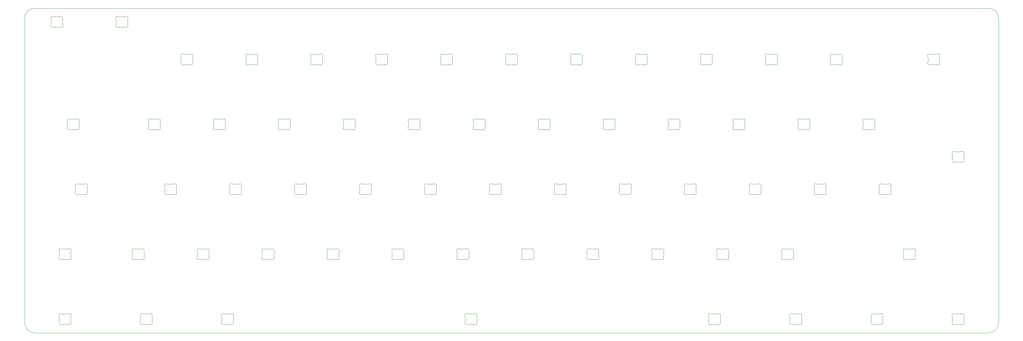
<source format=gbr>
%TF.GenerationSoftware,KiCad,Pcbnew,8.0.3*%
%TF.CreationDate,2024-10-13T01:02:16+08:00*%
%TF.ProjectId,PH60_Rev3,50483630-5f52-4657-9633-2e6b69636164,rev?*%
%TF.SameCoordinates,Original*%
%TF.FileFunction,Profile,NP*%
%FSLAX46Y46*%
G04 Gerber Fmt 4.6, Leading zero omitted, Abs format (unit mm)*
G04 Created by KiCad (PCBNEW 8.0.3) date 2024-10-13 01:02:16*
%MOMM*%
%LPD*%
G01*
G04 APERTURE LIST*
%TA.AperFunction,Profile*%
%ADD10C,0.050000*%
%TD*%
%TA.AperFunction,Profile*%
%ADD11C,0.100000*%
%TD*%
G04 APERTURE END LIST*
D10*
X28575000Y-31575000D02*
G75*
G02*
X31575000Y-28575000I3000000J0D01*
G01*
X31575000Y-123825000D02*
G75*
G02*
X28575000Y-120825000I0J3000000D01*
G01*
X31575000Y-123825000D02*
X311325000Y-123825000D01*
X311325000Y-28575000D02*
X31575000Y-28575000D01*
X314325000Y-120825000D02*
X314325000Y-31575000D01*
X28575000Y-31575000D02*
X28575000Y-120825000D01*
X314325000Y-120825000D02*
G75*
G02*
X311325000Y-123825000I-3000000J0D01*
G01*
X311325000Y-28575000D02*
G75*
G02*
X314325000Y-31575000I0J-3000000D01*
G01*
D11*
%TO.C,RGB20*%
X141175001Y-61947159D02*
X141175001Y-63352843D01*
X142080547Y-64150000D02*
X143669452Y-64150000D01*
X143669452Y-61150001D02*
X142080548Y-61150001D01*
X144574999Y-63352843D02*
X144574999Y-61947159D01*
X141125516Y-61730281D02*
G75*
G02*
X141175012Y-61947159I-451016J-217019D01*
G01*
X141125516Y-61730282D02*
G75*
G02*
X141828290Y-61081699I450514J216882D01*
G01*
X141175001Y-63352844D02*
G75*
G02*
X141125515Y-63569721I-500351J84D01*
G01*
X141828289Y-64218299D02*
G75*
G02*
X141125517Y-63569721I-252259J431699D01*
G01*
X141828289Y-64218299D02*
G75*
G02*
X142080547Y-64150000I252261J-431711D01*
G01*
X142080548Y-61150001D02*
G75*
G02*
X141828289Y-61081702I2J500011D01*
G01*
X143669453Y-64150001D02*
G75*
G02*
X143921711Y-64218300I-3J-500009D01*
G01*
X143921710Y-61081702D02*
G75*
G02*
X143669452Y-61150001I-252261J431710D01*
G01*
X143921711Y-61081704D02*
G75*
G02*
X144624484Y-61730281I252258J-431700D01*
G01*
X144574999Y-61947158D02*
G75*
G02*
X144624484Y-61730281I499990J1D01*
G01*
X144624484Y-63569721D02*
G75*
G02*
X143921711Y-64218300I-450515J-216878D01*
G01*
X144624484Y-63569721D02*
G75*
G02*
X144574999Y-63352843I450505J216876D01*
G01*
%TO.C,RGB58*%
X157843751Y-119097159D02*
X157843751Y-120502843D01*
X158749297Y-121300000D02*
X160338202Y-121300000D01*
X160338202Y-118300001D02*
X158749298Y-118300001D01*
X161243749Y-120502843D02*
X161243749Y-119097159D01*
X157794266Y-118880281D02*
G75*
G02*
X157843762Y-119097159I-451016J-217019D01*
G01*
X157794266Y-118880282D02*
G75*
G02*
X158497040Y-118231699I450514J216882D01*
G01*
X157843751Y-120502844D02*
G75*
G02*
X157794265Y-120719721I-500351J84D01*
G01*
X158497039Y-121368299D02*
G75*
G02*
X157794267Y-120719721I-252259J431699D01*
G01*
X158497039Y-121368299D02*
G75*
G02*
X158749297Y-121300000I252261J-431711D01*
G01*
X158749298Y-118300001D02*
G75*
G02*
X158497039Y-118231702I2J500011D01*
G01*
X160338203Y-121300001D02*
G75*
G02*
X160590461Y-121368300I-3J-500009D01*
G01*
X160590460Y-118231702D02*
G75*
G02*
X160338202Y-118300001I-252261J431710D01*
G01*
X160590461Y-118231704D02*
G75*
G02*
X161293234Y-118880281I252258J-431700D01*
G01*
X161243749Y-119097158D02*
G75*
G02*
X161293234Y-118880281I499990J1D01*
G01*
X161293234Y-120719721D02*
G75*
G02*
X160590461Y-121368300I-450515J-216878D01*
G01*
X161293234Y-120719721D02*
G75*
G02*
X161243749Y-120502843I450505J216876D01*
G01*
%TO.C,RGB14*%
X293575001Y-42897159D02*
X293575001Y-44302843D01*
X294480547Y-45100000D02*
X296069452Y-45100000D01*
X296069452Y-42100001D02*
X294480548Y-42100001D01*
X296974999Y-44302843D02*
X296974999Y-42897159D01*
X293525516Y-42680281D02*
G75*
G02*
X293575012Y-42897159I-451016J-217019D01*
G01*
X293525516Y-42680282D02*
G75*
G02*
X294228290Y-42031699I450514J216882D01*
G01*
X293575001Y-44302844D02*
G75*
G02*
X293525515Y-44519721I-500351J84D01*
G01*
X294228289Y-45168299D02*
G75*
G02*
X293525517Y-44519721I-252259J431699D01*
G01*
X294228289Y-45168299D02*
G75*
G02*
X294480547Y-45100000I252261J-431711D01*
G01*
X294480548Y-42100001D02*
G75*
G02*
X294228289Y-42031702I2J500011D01*
G01*
X296069453Y-45100001D02*
G75*
G02*
X296321711Y-45168300I-3J-500009D01*
G01*
X296321710Y-42031702D02*
G75*
G02*
X296069452Y-42100001I-252261J431710D01*
G01*
X296321711Y-42031704D02*
G75*
G02*
X297024484Y-42680281I252258J-431700D01*
G01*
X296974999Y-42897158D02*
G75*
G02*
X297024484Y-42680281I499990J1D01*
G01*
X297024484Y-44519721D02*
G75*
G02*
X296321711Y-45168300I-450515J-216878D01*
G01*
X297024484Y-44519721D02*
G75*
G02*
X296974999Y-44302843I450505J216876D01*
G01*
%TO.C,RGB55*%
X38781251Y-119097159D02*
X38781251Y-120502843D01*
X39686797Y-121300000D02*
X41275702Y-121300000D01*
X41275702Y-118300001D02*
X39686798Y-118300001D01*
X42181249Y-120502843D02*
X42181249Y-119097159D01*
X38731766Y-118880281D02*
G75*
G02*
X38781262Y-119097159I-451016J-217019D01*
G01*
X38731766Y-118880282D02*
G75*
G02*
X39434540Y-118231699I450514J216882D01*
G01*
X38781251Y-120502844D02*
G75*
G02*
X38731765Y-120719721I-500351J84D01*
G01*
X39434539Y-121368299D02*
G75*
G02*
X38731767Y-120719721I-252259J431699D01*
G01*
X39434539Y-121368299D02*
G75*
G02*
X39686797Y-121300000I252261J-431711D01*
G01*
X39686798Y-118300001D02*
G75*
G02*
X39434539Y-118231702I2J500011D01*
G01*
X41275703Y-121300001D02*
G75*
G02*
X41527961Y-121368300I-3J-500009D01*
G01*
X41527960Y-118231702D02*
G75*
G02*
X41275702Y-118300001I-252261J431710D01*
G01*
X41527961Y-118231704D02*
G75*
G02*
X42230734Y-118880281I252258J-431700D01*
G01*
X42181249Y-119097158D02*
G75*
G02*
X42230734Y-118880281I499990J1D01*
G01*
X42230734Y-120719721D02*
G75*
G02*
X41527961Y-121368300I-450515J-216878D01*
G01*
X42230734Y-120719721D02*
G75*
G02*
X42181249Y-120502843I450505J216876D01*
G01*
%TO.C,RGB57*%
X86406251Y-119097159D02*
X86406251Y-120502843D01*
X87311797Y-121300000D02*
X88900702Y-121300000D01*
X88900702Y-118300001D02*
X87311798Y-118300001D01*
X89806249Y-120502843D02*
X89806249Y-119097159D01*
X86356766Y-118880281D02*
G75*
G02*
X86406262Y-119097159I-451016J-217019D01*
G01*
X86356766Y-118880282D02*
G75*
G02*
X87059540Y-118231699I450514J216882D01*
G01*
X86406251Y-120502844D02*
G75*
G02*
X86356765Y-120719721I-500351J84D01*
G01*
X87059539Y-121368299D02*
G75*
G02*
X86356767Y-120719721I-252259J431699D01*
G01*
X87059539Y-121368299D02*
G75*
G02*
X87311797Y-121300000I252261J-431711D01*
G01*
X87311798Y-118300001D02*
G75*
G02*
X87059539Y-118231702I2J500011D01*
G01*
X88900703Y-121300001D02*
G75*
G02*
X89152961Y-121368300I-3J-500009D01*
G01*
X89152960Y-118231702D02*
G75*
G02*
X88900702Y-118300001I-252261J431710D01*
G01*
X89152961Y-118231704D02*
G75*
G02*
X89855734Y-118880281I252258J-431700D01*
G01*
X89806249Y-119097158D02*
G75*
G02*
X89855734Y-118880281I499990J1D01*
G01*
X89855734Y-120719721D02*
G75*
G02*
X89152961Y-121368300I-450515J-216878D01*
G01*
X89855734Y-120719721D02*
G75*
G02*
X89806249Y-120502843I450505J216876D01*
G01*
%TO.C,RGB38*%
X222137501Y-80997159D02*
X222137501Y-82402843D01*
X223043047Y-83200000D02*
X224631952Y-83200000D01*
X224631952Y-80200001D02*
X223043048Y-80200001D01*
X225537499Y-82402843D02*
X225537499Y-80997159D01*
X222088016Y-80780281D02*
G75*
G02*
X222137512Y-80997159I-451016J-217019D01*
G01*
X222088016Y-80780282D02*
G75*
G02*
X222790790Y-80131699I450514J216882D01*
G01*
X222137501Y-82402844D02*
G75*
G02*
X222088015Y-82619721I-500351J84D01*
G01*
X222790789Y-83268299D02*
G75*
G02*
X222088017Y-82619721I-252259J431699D01*
G01*
X222790789Y-83268299D02*
G75*
G02*
X223043047Y-83200000I252261J-431711D01*
G01*
X223043048Y-80200001D02*
G75*
G02*
X222790789Y-80131702I2J500011D01*
G01*
X224631953Y-83200001D02*
G75*
G02*
X224884211Y-83268300I-3J-500009D01*
G01*
X224884210Y-80131702D02*
G75*
G02*
X224631952Y-80200001I-252261J431710D01*
G01*
X224884211Y-80131704D02*
G75*
G02*
X225586984Y-80780281I252258J-431700D01*
G01*
X225537499Y-80997158D02*
G75*
G02*
X225586984Y-80780281I499990J1D01*
G01*
X225586984Y-82619721D02*
G75*
G02*
X224884211Y-83268300I-450515J-216878D01*
G01*
X225586984Y-82619721D02*
G75*
G02*
X225537499Y-82402843I450505J216876D01*
G01*
%TO.C,RGB37*%
X203087501Y-80997159D02*
X203087501Y-82402843D01*
X203993047Y-83200000D02*
X205581952Y-83200000D01*
X205581952Y-80200001D02*
X203993048Y-80200001D01*
X206487499Y-82402843D02*
X206487499Y-80997159D01*
X203038016Y-80780281D02*
G75*
G02*
X203087512Y-80997159I-451016J-217019D01*
G01*
X203038016Y-80780282D02*
G75*
G02*
X203740790Y-80131699I450514J216882D01*
G01*
X203087501Y-82402844D02*
G75*
G02*
X203038015Y-82619721I-500351J84D01*
G01*
X203740789Y-83268299D02*
G75*
G02*
X203038017Y-82619721I-252259J431699D01*
G01*
X203740789Y-83268299D02*
G75*
G02*
X203993047Y-83200000I252261J-431711D01*
G01*
X203993048Y-80200001D02*
G75*
G02*
X203740789Y-80131702I2J500011D01*
G01*
X205581953Y-83200001D02*
G75*
G02*
X205834211Y-83268300I-3J-500009D01*
G01*
X205834210Y-80131702D02*
G75*
G02*
X205581952Y-80200001I-252261J431710D01*
G01*
X205834211Y-80131704D02*
G75*
G02*
X206536984Y-80780281I252258J-431700D01*
G01*
X206487499Y-80997158D02*
G75*
G02*
X206536984Y-80780281I499990J1D01*
G01*
X206536984Y-82619721D02*
G75*
G02*
X205834211Y-83268300I-450515J-216878D01*
G01*
X206536984Y-82619721D02*
G75*
G02*
X206487499Y-82402843I450505J216876D01*
G01*
%TO.C,RGB52*%
X231662501Y-100047159D02*
X231662501Y-101452843D01*
X232568047Y-102250000D02*
X234156952Y-102250000D01*
X234156952Y-99250001D02*
X232568048Y-99250001D01*
X235062499Y-101452843D02*
X235062499Y-100047159D01*
X231613016Y-99830281D02*
G75*
G02*
X231662512Y-100047159I-451016J-217019D01*
G01*
X231613016Y-99830282D02*
G75*
G02*
X232315790Y-99181699I450514J216882D01*
G01*
X231662501Y-101452844D02*
G75*
G02*
X231613015Y-101669721I-500351J84D01*
G01*
X232315789Y-102318299D02*
G75*
G02*
X231613017Y-101669721I-252259J431699D01*
G01*
X232315789Y-102318299D02*
G75*
G02*
X232568047Y-102250000I252261J-431711D01*
G01*
X232568048Y-99250001D02*
G75*
G02*
X232315789Y-99181702I2J500011D01*
G01*
X234156953Y-102250001D02*
G75*
G02*
X234409211Y-102318300I-3J-500009D01*
G01*
X234409210Y-99181702D02*
G75*
G02*
X234156952Y-99250001I-252261J431710D01*
G01*
X234409211Y-99181704D02*
G75*
G02*
X235111984Y-99830281I252258J-431700D01*
G01*
X235062499Y-100047158D02*
G75*
G02*
X235111984Y-99830281I499990J1D01*
G01*
X235111984Y-101669721D02*
G75*
G02*
X234409211Y-102318300I-450515J-216878D01*
G01*
X235111984Y-101669721D02*
G75*
G02*
X235062499Y-101452843I450505J216876D01*
G01*
%TO.C,RGB3*%
X74500001Y-42897159D02*
X74500001Y-44302843D01*
X75405547Y-45100000D02*
X76994452Y-45100000D01*
X76994452Y-42100001D02*
X75405548Y-42100001D01*
X77899999Y-44302843D02*
X77899999Y-42897159D01*
X74450516Y-42680281D02*
G75*
G02*
X74500012Y-42897159I-451016J-217019D01*
G01*
X74450516Y-42680282D02*
G75*
G02*
X75153290Y-42031699I450514J216882D01*
G01*
X74500001Y-44302844D02*
G75*
G02*
X74450515Y-44519721I-500351J84D01*
G01*
X75153289Y-45168299D02*
G75*
G02*
X74450517Y-44519721I-252259J431699D01*
G01*
X75153289Y-45168299D02*
G75*
G02*
X75405547Y-45100000I252261J-431711D01*
G01*
X75405548Y-42100001D02*
G75*
G02*
X75153289Y-42031702I2J500011D01*
G01*
X76994453Y-45100001D02*
G75*
G02*
X77246711Y-45168300I-3J-500009D01*
G01*
X77246710Y-42031702D02*
G75*
G02*
X76994452Y-42100001I-252261J431710D01*
G01*
X77246711Y-42031704D02*
G75*
G02*
X77949484Y-42680281I252258J-431700D01*
G01*
X77899999Y-42897158D02*
G75*
G02*
X77949484Y-42680281I499990J1D01*
G01*
X77949484Y-44519721D02*
G75*
G02*
X77246711Y-45168300I-450515J-216878D01*
G01*
X77949484Y-44519721D02*
G75*
G02*
X77899999Y-44302843I450505J216876D01*
G01*
%TO.C,RGB60*%
X253093751Y-119097159D02*
X253093751Y-120502843D01*
X253999297Y-121300000D02*
X255588202Y-121300000D01*
X255588202Y-118300001D02*
X253999298Y-118300001D01*
X256493749Y-120502843D02*
X256493749Y-119097159D01*
X253044266Y-118880281D02*
G75*
G02*
X253093762Y-119097159I-451016J-217019D01*
G01*
X253044266Y-118880282D02*
G75*
G02*
X253747040Y-118231699I450514J216882D01*
G01*
X253093751Y-120502844D02*
G75*
G02*
X253044265Y-120719721I-500351J84D01*
G01*
X253747039Y-121368299D02*
G75*
G02*
X253044267Y-120719721I-252259J431699D01*
G01*
X253747039Y-121368299D02*
G75*
G02*
X253999297Y-121300000I252261J-431711D01*
G01*
X253999298Y-118300001D02*
G75*
G02*
X253747039Y-118231702I2J500011D01*
G01*
X255588203Y-121300001D02*
G75*
G02*
X255840461Y-121368300I-3J-500009D01*
G01*
X255840460Y-118231702D02*
G75*
G02*
X255588202Y-118300001I-252261J431710D01*
G01*
X255840461Y-118231704D02*
G75*
G02*
X256543234Y-118880281I252258J-431700D01*
G01*
X256493749Y-119097158D02*
G75*
G02*
X256543234Y-118880281I499990J1D01*
G01*
X256543234Y-120719721D02*
G75*
G02*
X255840461Y-121368300I-450515J-216878D01*
G01*
X256543234Y-120719721D02*
G75*
G02*
X256493749Y-120502843I450505J216876D01*
G01*
%TO.C,RGB5*%
X112600001Y-42897159D02*
X112600001Y-44302843D01*
X113505547Y-45100000D02*
X115094452Y-45100000D01*
X115094452Y-42100001D02*
X113505548Y-42100001D01*
X115999999Y-44302843D02*
X115999999Y-42897159D01*
X112550516Y-42680281D02*
G75*
G02*
X112600012Y-42897159I-451016J-217019D01*
G01*
X112550516Y-42680282D02*
G75*
G02*
X113253290Y-42031699I450514J216882D01*
G01*
X112600001Y-44302844D02*
G75*
G02*
X112550515Y-44519721I-500351J84D01*
G01*
X113253289Y-45168299D02*
G75*
G02*
X112550517Y-44519721I-252259J431699D01*
G01*
X113253289Y-45168299D02*
G75*
G02*
X113505547Y-45100000I252261J-431711D01*
G01*
X113505548Y-42100001D02*
G75*
G02*
X113253289Y-42031702I2J500011D01*
G01*
X115094453Y-45100001D02*
G75*
G02*
X115346711Y-45168300I-3J-500009D01*
G01*
X115346710Y-42031702D02*
G75*
G02*
X115094452Y-42100001I-252261J431710D01*
G01*
X115346711Y-42031704D02*
G75*
G02*
X116049484Y-42680281I252258J-431700D01*
G01*
X115999999Y-42897158D02*
G75*
G02*
X116049484Y-42680281I499990J1D01*
G01*
X116049484Y-44519721D02*
G75*
G02*
X115346711Y-45168300I-450515J-216878D01*
G01*
X116049484Y-44519721D02*
G75*
G02*
X115999999Y-44302843I450505J216876D01*
G01*
%TO.C,RGB16*%
X64975001Y-61947159D02*
X64975001Y-63352843D01*
X65880547Y-64150000D02*
X67469452Y-64150000D01*
X67469452Y-61150001D02*
X65880548Y-61150001D01*
X68374999Y-63352843D02*
X68374999Y-61947159D01*
X64925516Y-61730281D02*
G75*
G02*
X64975012Y-61947159I-451016J-217019D01*
G01*
X64925516Y-61730282D02*
G75*
G02*
X65628290Y-61081699I450514J216882D01*
G01*
X64975001Y-63352844D02*
G75*
G02*
X64925515Y-63569721I-500351J84D01*
G01*
X65628289Y-64218299D02*
G75*
G02*
X64925517Y-63569721I-252259J431699D01*
G01*
X65628289Y-64218299D02*
G75*
G02*
X65880547Y-64150000I252261J-431711D01*
G01*
X65880548Y-61150001D02*
G75*
G02*
X65628289Y-61081702I2J500011D01*
G01*
X67469453Y-64150001D02*
G75*
G02*
X67721711Y-64218300I-3J-500009D01*
G01*
X67721710Y-61081702D02*
G75*
G02*
X67469452Y-61150001I-252261J431710D01*
G01*
X67721711Y-61081704D02*
G75*
G02*
X68424484Y-61730281I252258J-431700D01*
G01*
X68374999Y-61947158D02*
G75*
G02*
X68424484Y-61730281I499990J1D01*
G01*
X68424484Y-63569721D02*
G75*
G02*
X67721711Y-64218300I-450515J-216878D01*
G01*
X68424484Y-63569721D02*
G75*
G02*
X68374999Y-63352843I450505J216876D01*
G01*
%TO.C,RGB24*%
X217375001Y-61947159D02*
X217375001Y-63352843D01*
X218280547Y-64150000D02*
X219869452Y-64150000D01*
X219869452Y-61150001D02*
X218280548Y-61150001D01*
X220774999Y-63352843D02*
X220774999Y-61947159D01*
X217325516Y-61730281D02*
G75*
G02*
X217375012Y-61947159I-451016J-217019D01*
G01*
X217325516Y-61730282D02*
G75*
G02*
X218028290Y-61081699I450514J216882D01*
G01*
X217375001Y-63352844D02*
G75*
G02*
X217325515Y-63569721I-500351J84D01*
G01*
X218028289Y-64218299D02*
G75*
G02*
X217325517Y-63569721I-252259J431699D01*
G01*
X218028289Y-64218299D02*
G75*
G02*
X218280547Y-64150000I252261J-431711D01*
G01*
X218280548Y-61150001D02*
G75*
G02*
X218028289Y-61081702I2J500011D01*
G01*
X219869453Y-64150001D02*
G75*
G02*
X220121711Y-64218300I-3J-500009D01*
G01*
X220121710Y-61081702D02*
G75*
G02*
X219869452Y-61150001I-252261J431710D01*
G01*
X220121711Y-61081704D02*
G75*
G02*
X220824484Y-61730281I252258J-431700D01*
G01*
X220774999Y-61947158D02*
G75*
G02*
X220824484Y-61730281I499990J1D01*
G01*
X220824484Y-63569721D02*
G75*
G02*
X220121711Y-64218300I-450515J-216878D01*
G01*
X220824484Y-63569721D02*
G75*
G02*
X220774999Y-63352843I450505J216876D01*
G01*
%TO.C,RGB18*%
X103075001Y-61947159D02*
X103075001Y-63352843D01*
X103980547Y-64150000D02*
X105569452Y-64150000D01*
X105569452Y-61150001D02*
X103980548Y-61150001D01*
X106474999Y-63352843D02*
X106474999Y-61947159D01*
X103025516Y-61730281D02*
G75*
G02*
X103075012Y-61947159I-451016J-217019D01*
G01*
X103025516Y-61730282D02*
G75*
G02*
X103728290Y-61081699I450514J216882D01*
G01*
X103075001Y-63352844D02*
G75*
G02*
X103025515Y-63569721I-500351J84D01*
G01*
X103728289Y-64218299D02*
G75*
G02*
X103025517Y-63569721I-252259J431699D01*
G01*
X103728289Y-64218299D02*
G75*
G02*
X103980547Y-64150000I252261J-431711D01*
G01*
X103980548Y-61150001D02*
G75*
G02*
X103728289Y-61081702I2J500011D01*
G01*
X105569453Y-64150001D02*
G75*
G02*
X105821711Y-64218300I-3J-500009D01*
G01*
X105821710Y-61081702D02*
G75*
G02*
X105569452Y-61150001I-252261J431710D01*
G01*
X105821711Y-61081704D02*
G75*
G02*
X106524484Y-61730281I252258J-431700D01*
G01*
X106474999Y-61947158D02*
G75*
G02*
X106524484Y-61730281I499990J1D01*
G01*
X106524484Y-63569721D02*
G75*
G02*
X105821711Y-64218300I-450515J-216878D01*
G01*
X106524484Y-63569721D02*
G75*
G02*
X106474999Y-63352843I450505J216876D01*
G01*
%TO.C,RGB27*%
X274525001Y-61947159D02*
X274525001Y-63352843D01*
X275430547Y-64150000D02*
X277019452Y-64150000D01*
X277019452Y-61150001D02*
X275430548Y-61150001D01*
X277924999Y-63352843D02*
X277924999Y-61947159D01*
X274475516Y-61730281D02*
G75*
G02*
X274525012Y-61947159I-451016J-217019D01*
G01*
X274475516Y-61730282D02*
G75*
G02*
X275178290Y-61081699I450514J216882D01*
G01*
X274525001Y-63352844D02*
G75*
G02*
X274475515Y-63569721I-500351J84D01*
G01*
X275178289Y-64218299D02*
G75*
G02*
X274475517Y-63569721I-252259J431699D01*
G01*
X275178289Y-64218299D02*
G75*
G02*
X275430547Y-64150000I252261J-431711D01*
G01*
X275430548Y-61150001D02*
G75*
G02*
X275178289Y-61081702I2J500011D01*
G01*
X277019453Y-64150001D02*
G75*
G02*
X277271711Y-64218300I-3J-500009D01*
G01*
X277271710Y-61081702D02*
G75*
G02*
X277019452Y-61150001I-252261J431710D01*
G01*
X277271711Y-61081704D02*
G75*
G02*
X277974484Y-61730281I252258J-431700D01*
G01*
X277924999Y-61947158D02*
G75*
G02*
X277974484Y-61730281I499990J1D01*
G01*
X277974484Y-63569721D02*
G75*
G02*
X277271711Y-64218300I-450515J-216878D01*
G01*
X277974484Y-63569721D02*
G75*
G02*
X277924999Y-63352843I450505J216876D01*
G01*
%TO.C,RGB34*%
X145937501Y-80997159D02*
X145937501Y-82402843D01*
X146843047Y-83200000D02*
X148431952Y-83200000D01*
X148431952Y-80200001D02*
X146843048Y-80200001D01*
X149337499Y-82402843D02*
X149337499Y-80997159D01*
X145888016Y-80780281D02*
G75*
G02*
X145937512Y-80997159I-451016J-217019D01*
G01*
X145888016Y-80780282D02*
G75*
G02*
X146590790Y-80131699I450514J216882D01*
G01*
X145937501Y-82402844D02*
G75*
G02*
X145888015Y-82619721I-500351J84D01*
G01*
X146590789Y-83268299D02*
G75*
G02*
X145888017Y-82619721I-252259J431699D01*
G01*
X146590789Y-83268299D02*
G75*
G02*
X146843047Y-83200000I252261J-431711D01*
G01*
X146843048Y-80200001D02*
G75*
G02*
X146590789Y-80131702I2J500011D01*
G01*
X148431953Y-83200001D02*
G75*
G02*
X148684211Y-83268300I-3J-500009D01*
G01*
X148684210Y-80131702D02*
G75*
G02*
X148431952Y-80200001I-252261J431710D01*
G01*
X148684211Y-80131704D02*
G75*
G02*
X149386984Y-80780281I252258J-431700D01*
G01*
X149337499Y-80997158D02*
G75*
G02*
X149386984Y-80780281I499990J1D01*
G01*
X149386984Y-82619721D02*
G75*
G02*
X148684211Y-83268300I-450515J-216878D01*
G01*
X149386984Y-82619721D02*
G75*
G02*
X149337499Y-82402843I450505J216876D01*
G01*
%TO.C,RGB47*%
X136412501Y-100047159D02*
X136412501Y-101452843D01*
X137318047Y-102250000D02*
X138906952Y-102250000D01*
X138906952Y-99250001D02*
X137318048Y-99250001D01*
X139812499Y-101452843D02*
X139812499Y-100047159D01*
X136363016Y-99830281D02*
G75*
G02*
X136412512Y-100047159I-451016J-217019D01*
G01*
X136363016Y-99830282D02*
G75*
G02*
X137065790Y-99181699I450514J216882D01*
G01*
X136412501Y-101452844D02*
G75*
G02*
X136363015Y-101669721I-500351J84D01*
G01*
X137065789Y-102318299D02*
G75*
G02*
X136363017Y-101669721I-252259J431699D01*
G01*
X137065789Y-102318299D02*
G75*
G02*
X137318047Y-102250000I252261J-431711D01*
G01*
X137318048Y-99250001D02*
G75*
G02*
X137065789Y-99181702I2J500011D01*
G01*
X138906953Y-102250001D02*
G75*
G02*
X139159211Y-102318300I-3J-500009D01*
G01*
X139159210Y-99181702D02*
G75*
G02*
X138906952Y-99250001I-252261J431710D01*
G01*
X139159211Y-99181704D02*
G75*
G02*
X139861984Y-99830281I252258J-431700D01*
G01*
X139812499Y-100047158D02*
G75*
G02*
X139861984Y-99830281I499990J1D01*
G01*
X139861984Y-101669721D02*
G75*
G02*
X139159211Y-102318300I-450515J-216878D01*
G01*
X139861984Y-101669721D02*
G75*
G02*
X139812499Y-101452843I450505J216876D01*
G01*
%TO.C,RGB29*%
X43543751Y-80997159D02*
X43543751Y-82402843D01*
X44449297Y-83200000D02*
X46038202Y-83200000D01*
X46038202Y-80200001D02*
X44449298Y-80200001D01*
X46943749Y-82402843D02*
X46943749Y-80997159D01*
X43494266Y-80780281D02*
G75*
G02*
X43543762Y-80997159I-451016J-217019D01*
G01*
X43494266Y-80780282D02*
G75*
G02*
X44197040Y-80131699I450514J216882D01*
G01*
X43543751Y-82402844D02*
G75*
G02*
X43494265Y-82619721I-500351J84D01*
G01*
X44197039Y-83268299D02*
G75*
G02*
X43494267Y-82619721I-252259J431699D01*
G01*
X44197039Y-83268299D02*
G75*
G02*
X44449297Y-83200000I252261J-431711D01*
G01*
X44449298Y-80200001D02*
G75*
G02*
X44197039Y-80131702I2J500011D01*
G01*
X46038203Y-83200001D02*
G75*
G02*
X46290461Y-83268300I-3J-500009D01*
G01*
X46290460Y-80131702D02*
G75*
G02*
X46038202Y-80200001I-252261J431710D01*
G01*
X46290461Y-80131704D02*
G75*
G02*
X46993234Y-80780281I252258J-431700D01*
G01*
X46943749Y-80997158D02*
G75*
G02*
X46993234Y-80780281I499990J1D01*
G01*
X46993234Y-82619721D02*
G75*
G02*
X46290461Y-83268300I-450515J-216878D01*
G01*
X46993234Y-82619721D02*
G75*
G02*
X46943749Y-82402843I450505J216876D01*
G01*
%TO.C,RGB7*%
X150700001Y-42897159D02*
X150700001Y-44302843D01*
X151605547Y-45100000D02*
X153194452Y-45100000D01*
X153194452Y-42100001D02*
X151605548Y-42100001D01*
X154099999Y-44302843D02*
X154099999Y-42897159D01*
X150650516Y-42680281D02*
G75*
G02*
X150700012Y-42897159I-451016J-217019D01*
G01*
X150650516Y-42680282D02*
G75*
G02*
X151353290Y-42031699I450514J216882D01*
G01*
X150700001Y-44302844D02*
G75*
G02*
X150650515Y-44519721I-500351J84D01*
G01*
X151353289Y-45168299D02*
G75*
G02*
X150650517Y-44519721I-252259J431699D01*
G01*
X151353289Y-45168299D02*
G75*
G02*
X151605547Y-45100000I252261J-431711D01*
G01*
X151605548Y-42100001D02*
G75*
G02*
X151353289Y-42031702I2J500011D01*
G01*
X153194453Y-45100001D02*
G75*
G02*
X153446711Y-45168300I-3J-500009D01*
G01*
X153446710Y-42031702D02*
G75*
G02*
X153194452Y-42100001I-252261J431710D01*
G01*
X153446711Y-42031704D02*
G75*
G02*
X154149484Y-42680281I252258J-431700D01*
G01*
X154099999Y-42897158D02*
G75*
G02*
X154149484Y-42680281I499990J1D01*
G01*
X154149484Y-44519721D02*
G75*
G02*
X153446711Y-45168300I-450515J-216878D01*
G01*
X154149484Y-44519721D02*
G75*
G02*
X154099999Y-44302843I450505J216876D01*
G01*
%TO.C,RGB48*%
X155462501Y-100047159D02*
X155462501Y-101452843D01*
X156368047Y-102250000D02*
X157956952Y-102250000D01*
X157956952Y-99250001D02*
X156368048Y-99250001D01*
X158862499Y-101452843D02*
X158862499Y-100047159D01*
X155413016Y-99830281D02*
G75*
G02*
X155462512Y-100047159I-451016J-217019D01*
G01*
X155413016Y-99830282D02*
G75*
G02*
X156115790Y-99181699I450514J216882D01*
G01*
X155462501Y-101452844D02*
G75*
G02*
X155413015Y-101669721I-500351J84D01*
G01*
X156115789Y-102318299D02*
G75*
G02*
X155413017Y-101669721I-252259J431699D01*
G01*
X156115789Y-102318299D02*
G75*
G02*
X156368047Y-102250000I252261J-431711D01*
G01*
X156368048Y-99250001D02*
G75*
G02*
X156115789Y-99181702I2J500011D01*
G01*
X157956953Y-102250001D02*
G75*
G02*
X158209211Y-102318300I-3J-500009D01*
G01*
X158209210Y-99181702D02*
G75*
G02*
X157956952Y-99250001I-252261J431710D01*
G01*
X158209211Y-99181704D02*
G75*
G02*
X158911984Y-99830281I252258J-431700D01*
G01*
X158862499Y-100047158D02*
G75*
G02*
X158911984Y-99830281I499990J1D01*
G01*
X158911984Y-101669721D02*
G75*
G02*
X158209211Y-102318300I-450515J-216878D01*
G01*
X158911984Y-101669721D02*
G75*
G02*
X158862499Y-101452843I450505J216876D01*
G01*
%TO.C,RGB4*%
X93550001Y-42897159D02*
X93550001Y-44302843D01*
X94455547Y-45100000D02*
X96044452Y-45100000D01*
X96044452Y-42100001D02*
X94455548Y-42100001D01*
X96949999Y-44302843D02*
X96949999Y-42897159D01*
X93500516Y-42680281D02*
G75*
G02*
X93550012Y-42897159I-451016J-217019D01*
G01*
X93500516Y-42680282D02*
G75*
G02*
X94203290Y-42031699I450514J216882D01*
G01*
X93550001Y-44302844D02*
G75*
G02*
X93500515Y-44519721I-500351J84D01*
G01*
X94203289Y-45168299D02*
G75*
G02*
X93500517Y-44519721I-252259J431699D01*
G01*
X94203289Y-45168299D02*
G75*
G02*
X94455547Y-45100000I252261J-431711D01*
G01*
X94455548Y-42100001D02*
G75*
G02*
X94203289Y-42031702I2J500011D01*
G01*
X96044453Y-45100001D02*
G75*
G02*
X96296711Y-45168300I-3J-500009D01*
G01*
X96296710Y-42031702D02*
G75*
G02*
X96044452Y-42100001I-252261J431710D01*
G01*
X96296711Y-42031704D02*
G75*
G02*
X96999484Y-42680281I252258J-431700D01*
G01*
X96949999Y-42897158D02*
G75*
G02*
X96999484Y-42680281I499990J1D01*
G01*
X96999484Y-44519721D02*
G75*
G02*
X96296711Y-45168300I-450515J-216878D01*
G01*
X96999484Y-44519721D02*
G75*
G02*
X96949999Y-44302843I450505J216876D01*
G01*
%TO.C,RGB17*%
X84025001Y-61947159D02*
X84025001Y-63352843D01*
X84930547Y-64150000D02*
X86519452Y-64150000D01*
X86519452Y-61150001D02*
X84930548Y-61150001D01*
X87424999Y-63352843D02*
X87424999Y-61947159D01*
X83975516Y-61730281D02*
G75*
G02*
X84025012Y-61947159I-451016J-217019D01*
G01*
X83975516Y-61730282D02*
G75*
G02*
X84678290Y-61081699I450514J216882D01*
G01*
X84025001Y-63352844D02*
G75*
G02*
X83975515Y-63569721I-500351J84D01*
G01*
X84678289Y-64218299D02*
G75*
G02*
X83975517Y-63569721I-252259J431699D01*
G01*
X84678289Y-64218299D02*
G75*
G02*
X84930547Y-64150000I252261J-431711D01*
G01*
X84930548Y-61150001D02*
G75*
G02*
X84678289Y-61081702I2J500011D01*
G01*
X86519453Y-64150001D02*
G75*
G02*
X86771711Y-64218300I-3J-500009D01*
G01*
X86771710Y-61081702D02*
G75*
G02*
X86519452Y-61150001I-252261J431710D01*
G01*
X86771711Y-61081704D02*
G75*
G02*
X87474484Y-61730281I252258J-431700D01*
G01*
X87424999Y-61947158D02*
G75*
G02*
X87474484Y-61730281I499990J1D01*
G01*
X87474484Y-63569721D02*
G75*
G02*
X86771711Y-64218300I-450515J-216878D01*
G01*
X87474484Y-63569721D02*
G75*
G02*
X87424999Y-63352843I450505J216876D01*
G01*
%TO.C,RGB9*%
X188800001Y-42897159D02*
X188800001Y-44302843D01*
X189705547Y-45100000D02*
X191294452Y-45100000D01*
X191294452Y-42100001D02*
X189705548Y-42100001D01*
X192199999Y-44302843D02*
X192199999Y-42897159D01*
X188750516Y-42680281D02*
G75*
G02*
X188800012Y-42897159I-451016J-217019D01*
G01*
X188750516Y-42680282D02*
G75*
G02*
X189453290Y-42031699I450514J216882D01*
G01*
X188800001Y-44302844D02*
G75*
G02*
X188750515Y-44519721I-500351J84D01*
G01*
X189453289Y-45168299D02*
G75*
G02*
X188750517Y-44519721I-252259J431699D01*
G01*
X189453289Y-45168299D02*
G75*
G02*
X189705547Y-45100000I252261J-431711D01*
G01*
X189705548Y-42100001D02*
G75*
G02*
X189453289Y-42031702I2J500011D01*
G01*
X191294453Y-45100001D02*
G75*
G02*
X191546711Y-45168300I-3J-500009D01*
G01*
X191546710Y-42031702D02*
G75*
G02*
X191294452Y-42100001I-252261J431710D01*
G01*
X191546711Y-42031704D02*
G75*
G02*
X192249484Y-42680281I252258J-431700D01*
G01*
X192199999Y-42897158D02*
G75*
G02*
X192249484Y-42680281I499990J1D01*
G01*
X192249484Y-44519721D02*
G75*
G02*
X191546711Y-45168300I-450515J-216878D01*
G01*
X192249484Y-44519721D02*
G75*
G02*
X192199999Y-44302843I450505J216876D01*
G01*
%TO.C,RGB59*%
X229281251Y-119097159D02*
X229281251Y-120502843D01*
X230186797Y-121300000D02*
X231775702Y-121300000D01*
X231775702Y-118300001D02*
X230186798Y-118300001D01*
X232681249Y-120502843D02*
X232681249Y-119097159D01*
X229231766Y-118880281D02*
G75*
G02*
X229281262Y-119097159I-451016J-217019D01*
G01*
X229231766Y-118880282D02*
G75*
G02*
X229934540Y-118231699I450514J216882D01*
G01*
X229281251Y-120502844D02*
G75*
G02*
X229231765Y-120719721I-500351J84D01*
G01*
X229934539Y-121368299D02*
G75*
G02*
X229231767Y-120719721I-252259J431699D01*
G01*
X229934539Y-121368299D02*
G75*
G02*
X230186797Y-121300000I252261J-431711D01*
G01*
X230186798Y-118300001D02*
G75*
G02*
X229934539Y-118231702I2J500011D01*
G01*
X231775703Y-121300001D02*
G75*
G02*
X232027961Y-121368300I-3J-500009D01*
G01*
X232027960Y-118231702D02*
G75*
G02*
X231775702Y-118300001I-252261J431710D01*
G01*
X232027961Y-118231704D02*
G75*
G02*
X232730734Y-118880281I252258J-431700D01*
G01*
X232681249Y-119097158D02*
G75*
G02*
X232730734Y-118880281I499990J1D01*
G01*
X232730734Y-120719721D02*
G75*
G02*
X232027961Y-121368300I-450515J-216878D01*
G01*
X232730734Y-120719721D02*
G75*
G02*
X232681249Y-120502843I450505J216876D01*
G01*
%TO.C,RGB35*%
X164987501Y-80997159D02*
X164987501Y-82402843D01*
X165893047Y-83200000D02*
X167481952Y-83200000D01*
X167481952Y-80200001D02*
X165893048Y-80200001D01*
X168387499Y-82402843D02*
X168387499Y-80997159D01*
X164938016Y-80780281D02*
G75*
G02*
X164987512Y-80997159I-451016J-217019D01*
G01*
X164938016Y-80780282D02*
G75*
G02*
X165640790Y-80131699I450514J216882D01*
G01*
X164987501Y-82402844D02*
G75*
G02*
X164938015Y-82619721I-500351J84D01*
G01*
X165640789Y-83268299D02*
G75*
G02*
X164938017Y-82619721I-252259J431699D01*
G01*
X165640789Y-83268299D02*
G75*
G02*
X165893047Y-83200000I252261J-431711D01*
G01*
X165893048Y-80200001D02*
G75*
G02*
X165640789Y-80131702I2J500011D01*
G01*
X167481953Y-83200001D02*
G75*
G02*
X167734211Y-83268300I-3J-500009D01*
G01*
X167734210Y-80131702D02*
G75*
G02*
X167481952Y-80200001I-252261J431710D01*
G01*
X167734211Y-80131704D02*
G75*
G02*
X168436984Y-80780281I252258J-431700D01*
G01*
X168387499Y-80997158D02*
G75*
G02*
X168436984Y-80780281I499990J1D01*
G01*
X168436984Y-82619721D02*
G75*
G02*
X167734211Y-83268300I-450515J-216878D01*
G01*
X168436984Y-82619721D02*
G75*
G02*
X168387499Y-82402843I450505J216876D01*
G01*
%TO.C,RGB46*%
X117362501Y-100047159D02*
X117362501Y-101452843D01*
X118268047Y-102250000D02*
X119856952Y-102250000D01*
X119856952Y-99250001D02*
X118268048Y-99250001D01*
X120762499Y-101452843D02*
X120762499Y-100047159D01*
X117313016Y-99830281D02*
G75*
G02*
X117362512Y-100047159I-451016J-217019D01*
G01*
X117313016Y-99830282D02*
G75*
G02*
X118015790Y-99181699I450514J216882D01*
G01*
X117362501Y-101452844D02*
G75*
G02*
X117313015Y-101669721I-500351J84D01*
G01*
X118015789Y-102318299D02*
G75*
G02*
X117313017Y-101669721I-252259J431699D01*
G01*
X118015789Y-102318299D02*
G75*
G02*
X118268047Y-102250000I252261J-431711D01*
G01*
X118268048Y-99250001D02*
G75*
G02*
X118015789Y-99181702I2J500011D01*
G01*
X119856953Y-102250001D02*
G75*
G02*
X120109211Y-102318300I-3J-500009D01*
G01*
X120109210Y-99181702D02*
G75*
G02*
X119856952Y-99250001I-252261J431710D01*
G01*
X120109211Y-99181704D02*
G75*
G02*
X120811984Y-99830281I252258J-431700D01*
G01*
X120762499Y-100047158D02*
G75*
G02*
X120811984Y-99830281I499990J1D01*
G01*
X120811984Y-101669721D02*
G75*
G02*
X120109211Y-102318300I-450515J-216878D01*
G01*
X120811984Y-101669721D02*
G75*
G02*
X120762499Y-101452843I450505J216876D01*
G01*
%TO.C,RGB44*%
X79262501Y-100047159D02*
X79262501Y-101452843D01*
X80168047Y-102250000D02*
X81756952Y-102250000D01*
X81756952Y-99250001D02*
X80168048Y-99250001D01*
X82662499Y-101452843D02*
X82662499Y-100047159D01*
X79213016Y-99830281D02*
G75*
G02*
X79262512Y-100047159I-451016J-217019D01*
G01*
X79213016Y-99830282D02*
G75*
G02*
X79915790Y-99181699I450514J216882D01*
G01*
X79262501Y-101452844D02*
G75*
G02*
X79213015Y-101669721I-500351J84D01*
G01*
X79915789Y-102318299D02*
G75*
G02*
X79213017Y-101669721I-252259J431699D01*
G01*
X79915789Y-102318299D02*
G75*
G02*
X80168047Y-102250000I252261J-431711D01*
G01*
X80168048Y-99250001D02*
G75*
G02*
X79915789Y-99181702I2J500011D01*
G01*
X81756953Y-102250001D02*
G75*
G02*
X82009211Y-102318300I-3J-500009D01*
G01*
X82009210Y-99181702D02*
G75*
G02*
X81756952Y-99250001I-252261J431710D01*
G01*
X82009211Y-99181704D02*
G75*
G02*
X82711984Y-99830281I252258J-431700D01*
G01*
X82662499Y-100047158D02*
G75*
G02*
X82711984Y-99830281I499990J1D01*
G01*
X82711984Y-101669721D02*
G75*
G02*
X82009211Y-102318300I-450515J-216878D01*
G01*
X82711984Y-101669721D02*
G75*
G02*
X82662499Y-101452843I450505J216876D01*
G01*
%TO.C,RGB23*%
X198325001Y-61947159D02*
X198325001Y-63352843D01*
X199230547Y-64150000D02*
X200819452Y-64150000D01*
X200819452Y-61150001D02*
X199230548Y-61150001D01*
X201724999Y-63352843D02*
X201724999Y-61947159D01*
X198275516Y-61730281D02*
G75*
G02*
X198325012Y-61947159I-451016J-217019D01*
G01*
X198275516Y-61730282D02*
G75*
G02*
X198978290Y-61081699I450514J216882D01*
G01*
X198325001Y-63352844D02*
G75*
G02*
X198275515Y-63569721I-500351J84D01*
G01*
X198978289Y-64218299D02*
G75*
G02*
X198275517Y-63569721I-252259J431699D01*
G01*
X198978289Y-64218299D02*
G75*
G02*
X199230547Y-64150000I252261J-431711D01*
G01*
X199230548Y-61150001D02*
G75*
G02*
X198978289Y-61081702I2J500011D01*
G01*
X200819453Y-64150001D02*
G75*
G02*
X201071711Y-64218300I-3J-500009D01*
G01*
X201071710Y-61081702D02*
G75*
G02*
X200819452Y-61150001I-252261J431710D01*
G01*
X201071711Y-61081704D02*
G75*
G02*
X201774484Y-61730281I252258J-431700D01*
G01*
X201724999Y-61947158D02*
G75*
G02*
X201774484Y-61730281I499990J1D01*
G01*
X201774484Y-63569721D02*
G75*
G02*
X201071711Y-64218300I-450515J-216878D01*
G01*
X201774484Y-63569721D02*
G75*
G02*
X201724999Y-63352843I450505J216876D01*
G01*
%TO.C,RGB50*%
X193562501Y-100047159D02*
X193562501Y-101452843D01*
X194468047Y-102250000D02*
X196056952Y-102250000D01*
X196056952Y-99250001D02*
X194468048Y-99250001D01*
X196962499Y-101452843D02*
X196962499Y-100047159D01*
X193513016Y-99830281D02*
G75*
G02*
X193562512Y-100047159I-451016J-217019D01*
G01*
X193513016Y-99830282D02*
G75*
G02*
X194215790Y-99181699I450514J216882D01*
G01*
X193562501Y-101452844D02*
G75*
G02*
X193513015Y-101669721I-500351J84D01*
G01*
X194215789Y-102318299D02*
G75*
G02*
X193513017Y-101669721I-252259J431699D01*
G01*
X194215789Y-102318299D02*
G75*
G02*
X194468047Y-102250000I252261J-431711D01*
G01*
X194468048Y-99250001D02*
G75*
G02*
X194215789Y-99181702I2J500011D01*
G01*
X196056953Y-102250001D02*
G75*
G02*
X196309211Y-102318300I-3J-500009D01*
G01*
X196309210Y-99181702D02*
G75*
G02*
X196056952Y-99250001I-252261J431710D01*
G01*
X196309211Y-99181704D02*
G75*
G02*
X197011984Y-99830281I252258J-431700D01*
G01*
X196962499Y-100047158D02*
G75*
G02*
X197011984Y-99830281I499990J1D01*
G01*
X197011984Y-101669721D02*
G75*
G02*
X196309211Y-102318300I-450515J-216878D01*
G01*
X197011984Y-101669721D02*
G75*
G02*
X196962499Y-101452843I450505J216876D01*
G01*
%TO.C,RGB33*%
X126887501Y-80997159D02*
X126887501Y-82402843D01*
X127793047Y-83200000D02*
X129381952Y-83200000D01*
X129381952Y-80200001D02*
X127793048Y-80200001D01*
X130287499Y-82402843D02*
X130287499Y-80997159D01*
X126838016Y-80780281D02*
G75*
G02*
X126887512Y-80997159I-451016J-217019D01*
G01*
X126838016Y-80780282D02*
G75*
G02*
X127540790Y-80131699I450514J216882D01*
G01*
X126887501Y-82402844D02*
G75*
G02*
X126838015Y-82619721I-500351J84D01*
G01*
X127540789Y-83268299D02*
G75*
G02*
X126838017Y-82619721I-252259J431699D01*
G01*
X127540789Y-83268299D02*
G75*
G02*
X127793047Y-83200000I252261J-431711D01*
G01*
X127793048Y-80200001D02*
G75*
G02*
X127540789Y-80131702I2J500011D01*
G01*
X129381953Y-83200001D02*
G75*
G02*
X129634211Y-83268300I-3J-500009D01*
G01*
X129634210Y-80131702D02*
G75*
G02*
X129381952Y-80200001I-252261J431710D01*
G01*
X129634211Y-80131704D02*
G75*
G02*
X130336984Y-80780281I252258J-431700D01*
G01*
X130287499Y-80997158D02*
G75*
G02*
X130336984Y-80780281I499990J1D01*
G01*
X130336984Y-82619721D02*
G75*
G02*
X129634211Y-83268300I-450515J-216878D01*
G01*
X130336984Y-82619721D02*
G75*
G02*
X130287499Y-82402843I450505J216876D01*
G01*
%TO.C,RGB26*%
X255475001Y-61947159D02*
X255475001Y-63352843D01*
X256380547Y-64150000D02*
X257969452Y-64150000D01*
X257969452Y-61150001D02*
X256380548Y-61150001D01*
X258874999Y-63352843D02*
X258874999Y-61947159D01*
X255425516Y-61730281D02*
G75*
G02*
X255475012Y-61947159I-451016J-217019D01*
G01*
X255425516Y-61730282D02*
G75*
G02*
X256128290Y-61081699I450514J216882D01*
G01*
X255475001Y-63352844D02*
G75*
G02*
X255425515Y-63569721I-500351J84D01*
G01*
X256128289Y-64218299D02*
G75*
G02*
X255425517Y-63569721I-252259J431699D01*
G01*
X256128289Y-64218299D02*
G75*
G02*
X256380547Y-64150000I252261J-431711D01*
G01*
X256380548Y-61150001D02*
G75*
G02*
X256128289Y-61081702I2J500011D01*
G01*
X257969453Y-64150001D02*
G75*
G02*
X258221711Y-64218300I-3J-500009D01*
G01*
X258221710Y-61081702D02*
G75*
G02*
X257969452Y-61150001I-252261J431710D01*
G01*
X258221711Y-61081704D02*
G75*
G02*
X258924484Y-61730281I252258J-431700D01*
G01*
X258874999Y-61947158D02*
G75*
G02*
X258924484Y-61730281I499990J1D01*
G01*
X258924484Y-63569721D02*
G75*
G02*
X258221711Y-64218300I-450515J-216878D01*
G01*
X258924484Y-63569721D02*
G75*
G02*
X258874999Y-63352843I450505J216876D01*
G01*
%TO.C,RGB61*%
X276906251Y-119097159D02*
X276906251Y-120502843D01*
X277811797Y-121300000D02*
X279400702Y-121300000D01*
X279400702Y-118300001D02*
X277811798Y-118300001D01*
X280306249Y-120502843D02*
X280306249Y-119097159D01*
X276856766Y-118880281D02*
G75*
G02*
X276906262Y-119097159I-451016J-217019D01*
G01*
X276856766Y-118880282D02*
G75*
G02*
X277559540Y-118231699I450514J216882D01*
G01*
X276906251Y-120502844D02*
G75*
G02*
X276856765Y-120719721I-500351J84D01*
G01*
X277559539Y-121368299D02*
G75*
G02*
X276856767Y-120719721I-252259J431699D01*
G01*
X277559539Y-121368299D02*
G75*
G02*
X277811797Y-121300000I252261J-431711D01*
G01*
X277811798Y-118300001D02*
G75*
G02*
X277559539Y-118231702I2J500011D01*
G01*
X279400703Y-121300001D02*
G75*
G02*
X279652961Y-121368300I-3J-500009D01*
G01*
X279652960Y-118231702D02*
G75*
G02*
X279400702Y-118300001I-252261J431710D01*
G01*
X279652961Y-118231704D02*
G75*
G02*
X280355734Y-118880281I252258J-431700D01*
G01*
X280306249Y-119097158D02*
G75*
G02*
X280355734Y-118880281I499990J1D01*
G01*
X280355734Y-120719721D02*
G75*
G02*
X279652961Y-121368300I-450515J-216878D01*
G01*
X280355734Y-120719721D02*
G75*
G02*
X280306249Y-120502843I450505J216876D01*
G01*
%TO.C,RGB62*%
X300718751Y-119097159D02*
X300718751Y-120502843D01*
X301624297Y-121300000D02*
X303213202Y-121300000D01*
X303213202Y-118300001D02*
X301624298Y-118300001D01*
X304118749Y-120502843D02*
X304118749Y-119097159D01*
X300669266Y-118880281D02*
G75*
G02*
X300718762Y-119097159I-451016J-217019D01*
G01*
X300669266Y-118880282D02*
G75*
G02*
X301372040Y-118231699I450514J216882D01*
G01*
X300718751Y-120502844D02*
G75*
G02*
X300669265Y-120719721I-500351J84D01*
G01*
X301372039Y-121368299D02*
G75*
G02*
X300669267Y-120719721I-252259J431699D01*
G01*
X301372039Y-121368299D02*
G75*
G02*
X301624297Y-121300000I252261J-431711D01*
G01*
X301624298Y-118300001D02*
G75*
G02*
X301372039Y-118231702I2J500011D01*
G01*
X303213203Y-121300001D02*
G75*
G02*
X303465461Y-121368300I-3J-500009D01*
G01*
X303465460Y-118231702D02*
G75*
G02*
X303213202Y-118300001I-252261J431710D01*
G01*
X303465461Y-118231704D02*
G75*
G02*
X304168234Y-118880281I252258J-431700D01*
G01*
X304118749Y-119097158D02*
G75*
G02*
X304168234Y-118880281I499990J1D01*
G01*
X304168234Y-120719721D02*
G75*
G02*
X303465461Y-121368300I-450515J-216878D01*
G01*
X304168234Y-120719721D02*
G75*
G02*
X304118749Y-120502843I450505J216876D01*
G01*
%TO.C,RGB49*%
X174512501Y-100047159D02*
X174512501Y-101452843D01*
X175418047Y-102250000D02*
X177006952Y-102250000D01*
X177006952Y-99250001D02*
X175418048Y-99250001D01*
X177912499Y-101452843D02*
X177912499Y-100047159D01*
X174463016Y-99830281D02*
G75*
G02*
X174512512Y-100047159I-451016J-217019D01*
G01*
X174463016Y-99830282D02*
G75*
G02*
X175165790Y-99181699I450514J216882D01*
G01*
X174512501Y-101452844D02*
G75*
G02*
X174463015Y-101669721I-500351J84D01*
G01*
X175165789Y-102318299D02*
G75*
G02*
X174463017Y-101669721I-252259J431699D01*
G01*
X175165789Y-102318299D02*
G75*
G02*
X175418047Y-102250000I252261J-431711D01*
G01*
X175418048Y-99250001D02*
G75*
G02*
X175165789Y-99181702I2J500011D01*
G01*
X177006953Y-102250001D02*
G75*
G02*
X177259211Y-102318300I-3J-500009D01*
G01*
X177259210Y-99181702D02*
G75*
G02*
X177006952Y-99250001I-252261J431710D01*
G01*
X177259211Y-99181704D02*
G75*
G02*
X177961984Y-99830281I252258J-431700D01*
G01*
X177912499Y-100047158D02*
G75*
G02*
X177961984Y-99830281I499990J1D01*
G01*
X177961984Y-101669721D02*
G75*
G02*
X177259211Y-102318300I-450515J-216878D01*
G01*
X177961984Y-101669721D02*
G75*
G02*
X177912499Y-101452843I450505J216876D01*
G01*
%TO.C,RGB28*%
X300718751Y-71472159D02*
X300718751Y-72877843D01*
X301624297Y-73675000D02*
X303213202Y-73675000D01*
X303213202Y-70675001D02*
X301624298Y-70675001D01*
X304118749Y-72877843D02*
X304118749Y-71472159D01*
X300669266Y-71255281D02*
G75*
G02*
X300718762Y-71472159I-451016J-217019D01*
G01*
X300669266Y-71255282D02*
G75*
G02*
X301372040Y-70606699I450514J216882D01*
G01*
X300718751Y-72877844D02*
G75*
G02*
X300669265Y-73094721I-500351J84D01*
G01*
X301372039Y-73743299D02*
G75*
G02*
X300669267Y-73094721I-252259J431699D01*
G01*
X301372039Y-73743299D02*
G75*
G02*
X301624297Y-73675000I252261J-431711D01*
G01*
X301624298Y-70675001D02*
G75*
G02*
X301372039Y-70606702I2J500011D01*
G01*
X303213203Y-73675001D02*
G75*
G02*
X303465461Y-73743300I-3J-500009D01*
G01*
X303465460Y-70606702D02*
G75*
G02*
X303213202Y-70675001I-252261J431710D01*
G01*
X303465461Y-70606704D02*
G75*
G02*
X304168234Y-71255281I252258J-431700D01*
G01*
X304118749Y-71472158D02*
G75*
G02*
X304168234Y-71255281I499990J1D01*
G01*
X304168234Y-73094721D02*
G75*
G02*
X303465461Y-73743300I-450515J-216878D01*
G01*
X304168234Y-73094721D02*
G75*
G02*
X304118749Y-72877843I450505J216876D01*
G01*
%TO.C,RGB13*%
X265000001Y-42897159D02*
X265000001Y-44302843D01*
X265905547Y-45100000D02*
X267494452Y-45100000D01*
X267494452Y-42100001D02*
X265905548Y-42100001D01*
X268399999Y-44302843D02*
X268399999Y-42897159D01*
X264950516Y-42680281D02*
G75*
G02*
X265000012Y-42897159I-451016J-217019D01*
G01*
X264950516Y-42680282D02*
G75*
G02*
X265653290Y-42031699I450514J216882D01*
G01*
X265000001Y-44302844D02*
G75*
G02*
X264950515Y-44519721I-500351J84D01*
G01*
X265653289Y-45168299D02*
G75*
G02*
X264950517Y-44519721I-252259J431699D01*
G01*
X265653289Y-45168299D02*
G75*
G02*
X265905547Y-45100000I252261J-431711D01*
G01*
X265905548Y-42100001D02*
G75*
G02*
X265653289Y-42031702I2J500011D01*
G01*
X267494453Y-45100001D02*
G75*
G02*
X267746711Y-45168300I-3J-500009D01*
G01*
X267746710Y-42031702D02*
G75*
G02*
X267494452Y-42100001I-252261J431710D01*
G01*
X267746711Y-42031704D02*
G75*
G02*
X268449484Y-42680281I252258J-431700D01*
G01*
X268399999Y-42897158D02*
G75*
G02*
X268449484Y-42680281I499990J1D01*
G01*
X268449484Y-44519721D02*
G75*
G02*
X267746711Y-45168300I-450515J-216878D01*
G01*
X268449484Y-44519721D02*
G75*
G02*
X268399999Y-44302843I450505J216876D01*
G01*
%TO.C,RGB12*%
X245950001Y-42897159D02*
X245950001Y-44302843D01*
X246855547Y-45100000D02*
X248444452Y-45100000D01*
X248444452Y-42100001D02*
X246855548Y-42100001D01*
X249349999Y-44302843D02*
X249349999Y-42897159D01*
X245900516Y-42680281D02*
G75*
G02*
X245950012Y-42897159I-451016J-217019D01*
G01*
X245900516Y-42680282D02*
G75*
G02*
X246603290Y-42031699I450514J216882D01*
G01*
X245950001Y-44302844D02*
G75*
G02*
X245900515Y-44519721I-500351J84D01*
G01*
X246603289Y-45168299D02*
G75*
G02*
X245900517Y-44519721I-252259J431699D01*
G01*
X246603289Y-45168299D02*
G75*
G02*
X246855547Y-45100000I252261J-431711D01*
G01*
X246855548Y-42100001D02*
G75*
G02*
X246603289Y-42031702I2J500011D01*
G01*
X248444453Y-45100001D02*
G75*
G02*
X248696711Y-45168300I-3J-500009D01*
G01*
X248696710Y-42031702D02*
G75*
G02*
X248444452Y-42100001I-252261J431710D01*
G01*
X248696711Y-42031704D02*
G75*
G02*
X249399484Y-42680281I252258J-431700D01*
G01*
X249349999Y-42897158D02*
G75*
G02*
X249399484Y-42680281I499990J1D01*
G01*
X249399484Y-44519721D02*
G75*
G02*
X248696711Y-45168300I-450515J-216878D01*
G01*
X249399484Y-44519721D02*
G75*
G02*
X249349999Y-44302843I450505J216876D01*
G01*
%TO.C,RGB54*%
X286431251Y-100047159D02*
X286431251Y-101452843D01*
X287336797Y-102250000D02*
X288925702Y-102250000D01*
X288925702Y-99250001D02*
X287336798Y-99250001D01*
X289831249Y-101452843D02*
X289831249Y-100047159D01*
X286381766Y-99830281D02*
G75*
G02*
X286431262Y-100047159I-451016J-217019D01*
G01*
X286381766Y-99830282D02*
G75*
G02*
X287084540Y-99181699I450514J216882D01*
G01*
X286431251Y-101452844D02*
G75*
G02*
X286381765Y-101669721I-500351J84D01*
G01*
X287084539Y-102318299D02*
G75*
G02*
X286381767Y-101669721I-252259J431699D01*
G01*
X287084539Y-102318299D02*
G75*
G02*
X287336797Y-102250000I252261J-431711D01*
G01*
X287336798Y-99250001D02*
G75*
G02*
X287084539Y-99181702I2J500011D01*
G01*
X288925703Y-102250001D02*
G75*
G02*
X289177961Y-102318300I-3J-500009D01*
G01*
X289177960Y-99181702D02*
G75*
G02*
X288925702Y-99250001I-252261J431710D01*
G01*
X289177961Y-99181704D02*
G75*
G02*
X289880734Y-99830281I252258J-431700D01*
G01*
X289831249Y-100047158D02*
G75*
G02*
X289880734Y-99830281I499990J1D01*
G01*
X289880734Y-101669721D02*
G75*
G02*
X289177961Y-102318300I-450515J-216878D01*
G01*
X289880734Y-101669721D02*
G75*
G02*
X289831249Y-101452843I450505J216876D01*
G01*
%TO.C,RGB41*%
X279287501Y-80997159D02*
X279287501Y-82402843D01*
X280193047Y-83200000D02*
X281781952Y-83200000D01*
X281781952Y-80200001D02*
X280193048Y-80200001D01*
X282687499Y-82402843D02*
X282687499Y-80997159D01*
X279238016Y-80780281D02*
G75*
G02*
X279287512Y-80997159I-451016J-217019D01*
G01*
X279238016Y-80780282D02*
G75*
G02*
X279940790Y-80131699I450514J216882D01*
G01*
X279287501Y-82402844D02*
G75*
G02*
X279238015Y-82619721I-500351J84D01*
G01*
X279940789Y-83268299D02*
G75*
G02*
X279238017Y-82619721I-252259J431699D01*
G01*
X279940789Y-83268299D02*
G75*
G02*
X280193047Y-83200000I252261J-431711D01*
G01*
X280193048Y-80200001D02*
G75*
G02*
X279940789Y-80131702I2J500011D01*
G01*
X281781953Y-83200001D02*
G75*
G02*
X282034211Y-83268300I-3J-500009D01*
G01*
X282034210Y-80131702D02*
G75*
G02*
X281781952Y-80200001I-252261J431710D01*
G01*
X282034211Y-80131704D02*
G75*
G02*
X282736984Y-80780281I252258J-431700D01*
G01*
X282687499Y-80997158D02*
G75*
G02*
X282736984Y-80780281I499990J1D01*
G01*
X282736984Y-82619721D02*
G75*
G02*
X282034211Y-83268300I-450515J-216878D01*
G01*
X282736984Y-82619721D02*
G75*
G02*
X282687499Y-82402843I450505J216876D01*
G01*
%TO.C,RGB2*%
X55450001Y-31897159D02*
X55450001Y-33302843D01*
X56355547Y-34100000D02*
X57944452Y-34100000D01*
X57944452Y-31100001D02*
X56355548Y-31100001D01*
X58849999Y-33302843D02*
X58849999Y-31897159D01*
X55400516Y-31680281D02*
G75*
G02*
X55450012Y-31897159I-451016J-217019D01*
G01*
X55400516Y-31680282D02*
G75*
G02*
X56103290Y-31031699I450514J216882D01*
G01*
X55450001Y-33302844D02*
G75*
G02*
X55400515Y-33519721I-500351J84D01*
G01*
X56103289Y-34168299D02*
G75*
G02*
X55400517Y-33519721I-252259J431699D01*
G01*
X56103289Y-34168299D02*
G75*
G02*
X56355547Y-34100000I252261J-431711D01*
G01*
X56355548Y-31100001D02*
G75*
G02*
X56103289Y-31031702I2J500011D01*
G01*
X57944453Y-34100001D02*
G75*
G02*
X58196711Y-34168300I-3J-500009D01*
G01*
X58196710Y-31031702D02*
G75*
G02*
X57944452Y-31100001I-252261J431710D01*
G01*
X58196711Y-31031704D02*
G75*
G02*
X58899484Y-31680281I252258J-431700D01*
G01*
X58849999Y-31897158D02*
G75*
G02*
X58899484Y-31680281I499990J1D01*
G01*
X58899484Y-33519721D02*
G75*
G02*
X58196711Y-34168300I-450515J-216878D01*
G01*
X58899484Y-33519721D02*
G75*
G02*
X58849999Y-33302843I450505J216876D01*
G01*
%TO.C,RGB43*%
X60212501Y-100047159D02*
X60212501Y-101452843D01*
X61118047Y-102250000D02*
X62706952Y-102250000D01*
X62706952Y-99250001D02*
X61118048Y-99250001D01*
X63612499Y-101452843D02*
X63612499Y-100047159D01*
X60163016Y-99830281D02*
G75*
G02*
X60212512Y-100047159I-451016J-217019D01*
G01*
X60163016Y-99830282D02*
G75*
G02*
X60865790Y-99181699I450514J216882D01*
G01*
X60212501Y-101452844D02*
G75*
G02*
X60163015Y-101669721I-500351J84D01*
G01*
X60865789Y-102318299D02*
G75*
G02*
X60163017Y-101669721I-252259J431699D01*
G01*
X60865789Y-102318299D02*
G75*
G02*
X61118047Y-102250000I252261J-431711D01*
G01*
X61118048Y-99250001D02*
G75*
G02*
X60865789Y-99181702I2J500011D01*
G01*
X62706953Y-102250001D02*
G75*
G02*
X62959211Y-102318300I-3J-500009D01*
G01*
X62959210Y-99181702D02*
G75*
G02*
X62706952Y-99250001I-252261J431710D01*
G01*
X62959211Y-99181704D02*
G75*
G02*
X63661984Y-99830281I252258J-431700D01*
G01*
X63612499Y-100047158D02*
G75*
G02*
X63661984Y-99830281I499990J1D01*
G01*
X63661984Y-101669721D02*
G75*
G02*
X62959211Y-102318300I-450515J-216878D01*
G01*
X63661984Y-101669721D02*
G75*
G02*
X63612499Y-101452843I450505J216876D01*
G01*
%TO.C,RGB1*%
X36400001Y-31897159D02*
X36400001Y-33302843D01*
X37305547Y-34100000D02*
X38894452Y-34100000D01*
X38894452Y-31100001D02*
X37305548Y-31100001D01*
X39799999Y-33302843D02*
X39799999Y-31897159D01*
X36350516Y-31680281D02*
G75*
G02*
X36400012Y-31897159I-451016J-217019D01*
G01*
X36350516Y-31680282D02*
G75*
G02*
X37053290Y-31031699I450514J216882D01*
G01*
X36400001Y-33302844D02*
G75*
G02*
X36350515Y-33519721I-500351J84D01*
G01*
X37053289Y-34168299D02*
G75*
G02*
X36350517Y-33519721I-252259J431699D01*
G01*
X37053289Y-34168299D02*
G75*
G02*
X37305547Y-34100000I252261J-431711D01*
G01*
X37305548Y-31100001D02*
G75*
G02*
X37053289Y-31031702I2J500011D01*
G01*
X38894453Y-34100001D02*
G75*
G02*
X39146711Y-34168300I-3J-500009D01*
G01*
X39146710Y-31031702D02*
G75*
G02*
X38894452Y-31100001I-252261J431710D01*
G01*
X39146711Y-31031704D02*
G75*
G02*
X39849484Y-31680281I252258J-431700D01*
G01*
X39799999Y-31897158D02*
G75*
G02*
X39849484Y-31680281I499990J1D01*
G01*
X39849484Y-33519721D02*
G75*
G02*
X39146711Y-34168300I-450515J-216878D01*
G01*
X39849484Y-33519721D02*
G75*
G02*
X39799999Y-33302843I450505J216876D01*
G01*
%TO.C,RGB40*%
X260237501Y-80997159D02*
X260237501Y-82402843D01*
X261143047Y-83200000D02*
X262731952Y-83200000D01*
X262731952Y-80200001D02*
X261143048Y-80200001D01*
X263637499Y-82402843D02*
X263637499Y-80997159D01*
X260188016Y-80780281D02*
G75*
G02*
X260237512Y-80997159I-451016J-217019D01*
G01*
X260188016Y-80780282D02*
G75*
G02*
X260890790Y-80131699I450514J216882D01*
G01*
X260237501Y-82402844D02*
G75*
G02*
X260188015Y-82619721I-500351J84D01*
G01*
X260890789Y-83268299D02*
G75*
G02*
X260188017Y-82619721I-252259J431699D01*
G01*
X260890789Y-83268299D02*
G75*
G02*
X261143047Y-83200000I252261J-431711D01*
G01*
X261143048Y-80200001D02*
G75*
G02*
X260890789Y-80131702I2J500011D01*
G01*
X262731953Y-83200001D02*
G75*
G02*
X262984211Y-83268300I-3J-500009D01*
G01*
X262984210Y-80131702D02*
G75*
G02*
X262731952Y-80200001I-252261J431710D01*
G01*
X262984211Y-80131704D02*
G75*
G02*
X263686984Y-80780281I252258J-431700D01*
G01*
X263637499Y-80997158D02*
G75*
G02*
X263686984Y-80780281I499990J1D01*
G01*
X263686984Y-82619721D02*
G75*
G02*
X262984211Y-83268300I-450515J-216878D01*
G01*
X263686984Y-82619721D02*
G75*
G02*
X263637499Y-82402843I450505J216876D01*
G01*
%TO.C,RGB22*%
X179275001Y-61947159D02*
X179275001Y-63352843D01*
X180180547Y-64150000D02*
X181769452Y-64150000D01*
X181769452Y-61150001D02*
X180180548Y-61150001D01*
X182674999Y-63352843D02*
X182674999Y-61947159D01*
X179225516Y-61730281D02*
G75*
G02*
X179275012Y-61947159I-451016J-217019D01*
G01*
X179225516Y-61730282D02*
G75*
G02*
X179928290Y-61081699I450514J216882D01*
G01*
X179275001Y-63352844D02*
G75*
G02*
X179225515Y-63569721I-500351J84D01*
G01*
X179928289Y-64218299D02*
G75*
G02*
X179225517Y-63569721I-252259J431699D01*
G01*
X179928289Y-64218299D02*
G75*
G02*
X180180547Y-64150000I252261J-431711D01*
G01*
X180180548Y-61150001D02*
G75*
G02*
X179928289Y-61081702I2J500011D01*
G01*
X181769453Y-64150001D02*
G75*
G02*
X182021711Y-64218300I-3J-500009D01*
G01*
X182021710Y-61081702D02*
G75*
G02*
X181769452Y-61150001I-252261J431710D01*
G01*
X182021711Y-61081704D02*
G75*
G02*
X182724484Y-61730281I252258J-431700D01*
G01*
X182674999Y-61947158D02*
G75*
G02*
X182724484Y-61730281I499990J1D01*
G01*
X182724484Y-63569721D02*
G75*
G02*
X182021711Y-64218300I-450515J-216878D01*
G01*
X182724484Y-63569721D02*
G75*
G02*
X182674999Y-63352843I450505J216876D01*
G01*
%TO.C,RGB6*%
X131650001Y-42897159D02*
X131650001Y-44302843D01*
X132555547Y-45100000D02*
X134144452Y-45100000D01*
X134144452Y-42100001D02*
X132555548Y-42100001D01*
X135049999Y-44302843D02*
X135049999Y-42897159D01*
X131600516Y-42680281D02*
G75*
G02*
X131650012Y-42897159I-451016J-217019D01*
G01*
X131600516Y-42680282D02*
G75*
G02*
X132303290Y-42031699I450514J216882D01*
G01*
X131650001Y-44302844D02*
G75*
G02*
X131600515Y-44519721I-500351J84D01*
G01*
X132303289Y-45168299D02*
G75*
G02*
X131600517Y-44519721I-252259J431699D01*
G01*
X132303289Y-45168299D02*
G75*
G02*
X132555547Y-45100000I252261J-431711D01*
G01*
X132555548Y-42100001D02*
G75*
G02*
X132303289Y-42031702I2J500011D01*
G01*
X134144453Y-45100001D02*
G75*
G02*
X134396711Y-45168300I-3J-500009D01*
G01*
X134396710Y-42031702D02*
G75*
G02*
X134144452Y-42100001I-252261J431710D01*
G01*
X134396711Y-42031704D02*
G75*
G02*
X135099484Y-42680281I252258J-431700D01*
G01*
X135049999Y-42897158D02*
G75*
G02*
X135099484Y-42680281I499990J1D01*
G01*
X135099484Y-44519721D02*
G75*
G02*
X134396711Y-45168300I-450515J-216878D01*
G01*
X135099484Y-44519721D02*
G75*
G02*
X135049999Y-44302843I450505J216876D01*
G01*
%TO.C,RGB53*%
X250712501Y-100047159D02*
X250712501Y-101452843D01*
X251618047Y-102250000D02*
X253206952Y-102250000D01*
X253206952Y-99250001D02*
X251618048Y-99250001D01*
X254112499Y-101452843D02*
X254112499Y-100047159D01*
X250663016Y-99830281D02*
G75*
G02*
X250712512Y-100047159I-451016J-217019D01*
G01*
X250663016Y-99830282D02*
G75*
G02*
X251365790Y-99181699I450514J216882D01*
G01*
X250712501Y-101452844D02*
G75*
G02*
X250663015Y-101669721I-500351J84D01*
G01*
X251365789Y-102318299D02*
G75*
G02*
X250663017Y-101669721I-252259J431699D01*
G01*
X251365789Y-102318299D02*
G75*
G02*
X251618047Y-102250000I252261J-431711D01*
G01*
X251618048Y-99250001D02*
G75*
G02*
X251365789Y-99181702I2J500011D01*
G01*
X253206953Y-102250001D02*
G75*
G02*
X253459211Y-102318300I-3J-500009D01*
G01*
X253459210Y-99181702D02*
G75*
G02*
X253206952Y-99250001I-252261J431710D01*
G01*
X253459211Y-99181704D02*
G75*
G02*
X254161984Y-99830281I252258J-431700D01*
G01*
X254112499Y-100047158D02*
G75*
G02*
X254161984Y-99830281I499990J1D01*
G01*
X254161984Y-101669721D02*
G75*
G02*
X253459211Y-102318300I-450515J-216878D01*
G01*
X254161984Y-101669721D02*
G75*
G02*
X254112499Y-101452843I450505J216876D01*
G01*
%TO.C,RGB45*%
X98312501Y-100047159D02*
X98312501Y-101452843D01*
X99218047Y-102250000D02*
X100806952Y-102250000D01*
X100806952Y-99250001D02*
X99218048Y-99250001D01*
X101712499Y-101452843D02*
X101712499Y-100047159D01*
X98263016Y-99830281D02*
G75*
G02*
X98312512Y-100047159I-451016J-217019D01*
G01*
X98263016Y-99830282D02*
G75*
G02*
X98965790Y-99181699I450514J216882D01*
G01*
X98312501Y-101452844D02*
G75*
G02*
X98263015Y-101669721I-500351J84D01*
G01*
X98965789Y-102318299D02*
G75*
G02*
X98263017Y-101669721I-252259J431699D01*
G01*
X98965789Y-102318299D02*
G75*
G02*
X99218047Y-102250000I252261J-431711D01*
G01*
X99218048Y-99250001D02*
G75*
G02*
X98965789Y-99181702I2J500011D01*
G01*
X100806953Y-102250001D02*
G75*
G02*
X101059211Y-102318300I-3J-500009D01*
G01*
X101059210Y-99181702D02*
G75*
G02*
X100806952Y-99250001I-252261J431710D01*
G01*
X101059211Y-99181704D02*
G75*
G02*
X101761984Y-99830281I252258J-431700D01*
G01*
X101712499Y-100047158D02*
G75*
G02*
X101761984Y-99830281I499990J1D01*
G01*
X101761984Y-101669721D02*
G75*
G02*
X101059211Y-102318300I-450515J-216878D01*
G01*
X101761984Y-101669721D02*
G75*
G02*
X101712499Y-101452843I450505J216876D01*
G01*
%TO.C,RGB56*%
X62593751Y-119097159D02*
X62593751Y-120502843D01*
X63499297Y-121300000D02*
X65088202Y-121300000D01*
X65088202Y-118300001D02*
X63499298Y-118300001D01*
X65993749Y-120502843D02*
X65993749Y-119097159D01*
X62544266Y-118880281D02*
G75*
G02*
X62593762Y-119097159I-451016J-217019D01*
G01*
X62544266Y-118880282D02*
G75*
G02*
X63247040Y-118231699I450514J216882D01*
G01*
X62593751Y-120502844D02*
G75*
G02*
X62544265Y-120719721I-500351J84D01*
G01*
X63247039Y-121368299D02*
G75*
G02*
X62544267Y-120719721I-252259J431699D01*
G01*
X63247039Y-121368299D02*
G75*
G02*
X63499297Y-121300000I252261J-431711D01*
G01*
X63499298Y-118300001D02*
G75*
G02*
X63247039Y-118231702I2J500011D01*
G01*
X65088203Y-121300001D02*
G75*
G02*
X65340461Y-121368300I-3J-500009D01*
G01*
X65340460Y-118231702D02*
G75*
G02*
X65088202Y-118300001I-252261J431710D01*
G01*
X65340461Y-118231704D02*
G75*
G02*
X66043234Y-118880281I252258J-431700D01*
G01*
X65993749Y-119097158D02*
G75*
G02*
X66043234Y-118880281I499990J1D01*
G01*
X66043234Y-120719721D02*
G75*
G02*
X65340461Y-121368300I-450515J-216878D01*
G01*
X66043234Y-120719721D02*
G75*
G02*
X65993749Y-120502843I450505J216876D01*
G01*
%TO.C,RGB31*%
X88787501Y-80997159D02*
X88787501Y-82402843D01*
X89693047Y-83200000D02*
X91281952Y-83200000D01*
X91281952Y-80200001D02*
X89693048Y-80200001D01*
X92187499Y-82402843D02*
X92187499Y-80997159D01*
X88738016Y-80780281D02*
G75*
G02*
X88787512Y-80997159I-451016J-217019D01*
G01*
X88738016Y-80780282D02*
G75*
G02*
X89440790Y-80131699I450514J216882D01*
G01*
X88787501Y-82402844D02*
G75*
G02*
X88738015Y-82619721I-500351J84D01*
G01*
X89440789Y-83268299D02*
G75*
G02*
X88738017Y-82619721I-252259J431699D01*
G01*
X89440789Y-83268299D02*
G75*
G02*
X89693047Y-83200000I252261J-431711D01*
G01*
X89693048Y-80200001D02*
G75*
G02*
X89440789Y-80131702I2J500011D01*
G01*
X91281953Y-83200001D02*
G75*
G02*
X91534211Y-83268300I-3J-500009D01*
G01*
X91534210Y-80131702D02*
G75*
G02*
X91281952Y-80200001I-252261J431710D01*
G01*
X91534211Y-80131704D02*
G75*
G02*
X92236984Y-80780281I252258J-431700D01*
G01*
X92187499Y-80997158D02*
G75*
G02*
X92236984Y-80780281I499990J1D01*
G01*
X92236984Y-82619721D02*
G75*
G02*
X91534211Y-83268300I-450515J-216878D01*
G01*
X92236984Y-82619721D02*
G75*
G02*
X92187499Y-82402843I450505J216876D01*
G01*
%TO.C,RGB25*%
X236425001Y-61947159D02*
X236425001Y-63352843D01*
X237330547Y-64150000D02*
X238919452Y-64150000D01*
X238919452Y-61150001D02*
X237330548Y-61150001D01*
X239824999Y-63352843D02*
X239824999Y-61947159D01*
X236375516Y-61730281D02*
G75*
G02*
X236425012Y-61947159I-451016J-217019D01*
G01*
X236375516Y-61730282D02*
G75*
G02*
X237078290Y-61081699I450514J216882D01*
G01*
X236425001Y-63352844D02*
G75*
G02*
X236375515Y-63569721I-500351J84D01*
G01*
X237078289Y-64218299D02*
G75*
G02*
X236375517Y-63569721I-252259J431699D01*
G01*
X237078289Y-64218299D02*
G75*
G02*
X237330547Y-64150000I252261J-431711D01*
G01*
X237330548Y-61150001D02*
G75*
G02*
X237078289Y-61081702I2J500011D01*
G01*
X238919453Y-64150001D02*
G75*
G02*
X239171711Y-64218300I-3J-500009D01*
G01*
X239171710Y-61081702D02*
G75*
G02*
X238919452Y-61150001I-252261J431710D01*
G01*
X239171711Y-61081704D02*
G75*
G02*
X239874484Y-61730281I252258J-431700D01*
G01*
X239824999Y-61947158D02*
G75*
G02*
X239874484Y-61730281I499990J1D01*
G01*
X239874484Y-63569721D02*
G75*
G02*
X239171711Y-64218300I-450515J-216878D01*
G01*
X239874484Y-63569721D02*
G75*
G02*
X239824999Y-63352843I450505J216876D01*
G01*
%TO.C,RGB10*%
X207850001Y-42897159D02*
X207850001Y-44302843D01*
X208755547Y-45100000D02*
X210344452Y-45100000D01*
X210344452Y-42100001D02*
X208755548Y-42100001D01*
X211249999Y-44302843D02*
X211249999Y-42897159D01*
X207800516Y-42680281D02*
G75*
G02*
X207850012Y-42897159I-451016J-217019D01*
G01*
X207800516Y-42680282D02*
G75*
G02*
X208503290Y-42031699I450514J216882D01*
G01*
X207850001Y-44302844D02*
G75*
G02*
X207800515Y-44519721I-500351J84D01*
G01*
X208503289Y-45168299D02*
G75*
G02*
X207800517Y-44519721I-252259J431699D01*
G01*
X208503289Y-45168299D02*
G75*
G02*
X208755547Y-45100000I252261J-431711D01*
G01*
X208755548Y-42100001D02*
G75*
G02*
X208503289Y-42031702I2J500011D01*
G01*
X210344453Y-45100001D02*
G75*
G02*
X210596711Y-45168300I-3J-500009D01*
G01*
X210596710Y-42031702D02*
G75*
G02*
X210344452Y-42100001I-252261J431710D01*
G01*
X210596711Y-42031704D02*
G75*
G02*
X211299484Y-42680281I252258J-431700D01*
G01*
X211249999Y-42897158D02*
G75*
G02*
X211299484Y-42680281I499990J1D01*
G01*
X211299484Y-44519721D02*
G75*
G02*
X210596711Y-45168300I-450515J-216878D01*
G01*
X211299484Y-44519721D02*
G75*
G02*
X211249999Y-44302843I450505J216876D01*
G01*
%TO.C,RGB51*%
X212612501Y-100047159D02*
X212612501Y-101452843D01*
X213518047Y-102250000D02*
X215106952Y-102250000D01*
X215106952Y-99250001D02*
X213518048Y-99250001D01*
X216012499Y-101452843D02*
X216012499Y-100047159D01*
X212563016Y-99830281D02*
G75*
G02*
X212612512Y-100047159I-451016J-217019D01*
G01*
X212563016Y-99830282D02*
G75*
G02*
X213265790Y-99181699I450514J216882D01*
G01*
X212612501Y-101452844D02*
G75*
G02*
X212563015Y-101669721I-500351J84D01*
G01*
X213265789Y-102318299D02*
G75*
G02*
X212563017Y-101669721I-252259J431699D01*
G01*
X213265789Y-102318299D02*
G75*
G02*
X213518047Y-102250000I252261J-431711D01*
G01*
X213518048Y-99250001D02*
G75*
G02*
X213265789Y-99181702I2J500011D01*
G01*
X215106953Y-102250001D02*
G75*
G02*
X215359211Y-102318300I-3J-500009D01*
G01*
X215359210Y-99181702D02*
G75*
G02*
X215106952Y-99250001I-252261J431710D01*
G01*
X215359211Y-99181704D02*
G75*
G02*
X216061984Y-99830281I252258J-431700D01*
G01*
X216012499Y-100047158D02*
G75*
G02*
X216061984Y-99830281I499990J1D01*
G01*
X216061984Y-101669721D02*
G75*
G02*
X215359211Y-102318300I-450515J-216878D01*
G01*
X216061984Y-101669721D02*
G75*
G02*
X216012499Y-101452843I450505J216876D01*
G01*
%TO.C,RGB8*%
X169750001Y-42897159D02*
X169750001Y-44302843D01*
X170655547Y-45100000D02*
X172244452Y-45100000D01*
X172244452Y-42100001D02*
X170655548Y-42100001D01*
X173149999Y-44302843D02*
X173149999Y-42897159D01*
X169700516Y-42680281D02*
G75*
G02*
X169750012Y-42897159I-451016J-217019D01*
G01*
X169700516Y-42680282D02*
G75*
G02*
X170403290Y-42031699I450514J216882D01*
G01*
X169750001Y-44302844D02*
G75*
G02*
X169700515Y-44519721I-500351J84D01*
G01*
X170403289Y-45168299D02*
G75*
G02*
X169700517Y-44519721I-252259J431699D01*
G01*
X170403289Y-45168299D02*
G75*
G02*
X170655547Y-45100000I252261J-431711D01*
G01*
X170655548Y-42100001D02*
G75*
G02*
X170403289Y-42031702I2J500011D01*
G01*
X172244453Y-45100001D02*
G75*
G02*
X172496711Y-45168300I-3J-500009D01*
G01*
X172496710Y-42031702D02*
G75*
G02*
X172244452Y-42100001I-252261J431710D01*
G01*
X172496711Y-42031704D02*
G75*
G02*
X173199484Y-42680281I252258J-431700D01*
G01*
X173149999Y-42897158D02*
G75*
G02*
X173199484Y-42680281I499990J1D01*
G01*
X173199484Y-44519721D02*
G75*
G02*
X172496711Y-45168300I-450515J-216878D01*
G01*
X173199484Y-44519721D02*
G75*
G02*
X173149999Y-44302843I450505J216876D01*
G01*
%TO.C,RGB15*%
X41162501Y-61947159D02*
X41162501Y-63352843D01*
X42068047Y-64150000D02*
X43656952Y-64150000D01*
X43656952Y-61150001D02*
X42068048Y-61150001D01*
X44562499Y-63352843D02*
X44562499Y-61947159D01*
X41113016Y-61730281D02*
G75*
G02*
X41162512Y-61947159I-451016J-217019D01*
G01*
X41113016Y-61730282D02*
G75*
G02*
X41815790Y-61081699I450514J216882D01*
G01*
X41162501Y-63352844D02*
G75*
G02*
X41113015Y-63569721I-500351J84D01*
G01*
X41815789Y-64218299D02*
G75*
G02*
X41113017Y-63569721I-252259J431699D01*
G01*
X41815789Y-64218299D02*
G75*
G02*
X42068047Y-64150000I252261J-431711D01*
G01*
X42068048Y-61150001D02*
G75*
G02*
X41815789Y-61081702I2J500011D01*
G01*
X43656953Y-64150001D02*
G75*
G02*
X43909211Y-64218300I-3J-500009D01*
G01*
X43909210Y-61081702D02*
G75*
G02*
X43656952Y-61150001I-252261J431710D01*
G01*
X43909211Y-61081704D02*
G75*
G02*
X44611984Y-61730281I252258J-431700D01*
G01*
X44562499Y-61947158D02*
G75*
G02*
X44611984Y-61730281I499990J1D01*
G01*
X44611984Y-63569721D02*
G75*
G02*
X43909211Y-64218300I-450515J-216878D01*
G01*
X44611984Y-63569721D02*
G75*
G02*
X44562499Y-63352843I450505J216876D01*
G01*
%TO.C,RGB11*%
X226900001Y-42897159D02*
X226900001Y-44302843D01*
X227805547Y-45100000D02*
X229394452Y-45100000D01*
X229394452Y-42100001D02*
X227805548Y-42100001D01*
X230299999Y-44302843D02*
X230299999Y-42897159D01*
X226850516Y-42680281D02*
G75*
G02*
X226900012Y-42897159I-451016J-217019D01*
G01*
X226850516Y-42680282D02*
G75*
G02*
X227553290Y-42031699I450514J216882D01*
G01*
X226900001Y-44302844D02*
G75*
G02*
X226850515Y-44519721I-500351J84D01*
G01*
X227553289Y-45168299D02*
G75*
G02*
X226850517Y-44519721I-252259J431699D01*
G01*
X227553289Y-45168299D02*
G75*
G02*
X227805547Y-45100000I252261J-431711D01*
G01*
X227805548Y-42100001D02*
G75*
G02*
X227553289Y-42031702I2J500011D01*
G01*
X229394453Y-45100001D02*
G75*
G02*
X229646711Y-45168300I-3J-500009D01*
G01*
X229646710Y-42031702D02*
G75*
G02*
X229394452Y-42100001I-252261J431710D01*
G01*
X229646711Y-42031704D02*
G75*
G02*
X230349484Y-42680281I252258J-431700D01*
G01*
X230299999Y-42897158D02*
G75*
G02*
X230349484Y-42680281I499990J1D01*
G01*
X230349484Y-44519721D02*
G75*
G02*
X229646711Y-45168300I-450515J-216878D01*
G01*
X230349484Y-44519721D02*
G75*
G02*
X230299999Y-44302843I450505J216876D01*
G01*
%TO.C,RGB32*%
X107837501Y-80997159D02*
X107837501Y-82402843D01*
X108743047Y-83200000D02*
X110331952Y-83200000D01*
X110331952Y-80200001D02*
X108743048Y-80200001D01*
X111237499Y-82402843D02*
X111237499Y-80997159D01*
X107788016Y-80780281D02*
G75*
G02*
X107837512Y-80997159I-451016J-217019D01*
G01*
X107788016Y-80780282D02*
G75*
G02*
X108490790Y-80131699I450514J216882D01*
G01*
X107837501Y-82402844D02*
G75*
G02*
X107788015Y-82619721I-500351J84D01*
G01*
X108490789Y-83268299D02*
G75*
G02*
X107788017Y-82619721I-252259J431699D01*
G01*
X108490789Y-83268299D02*
G75*
G02*
X108743047Y-83200000I252261J-431711D01*
G01*
X108743048Y-80200001D02*
G75*
G02*
X108490789Y-80131702I2J500011D01*
G01*
X110331953Y-83200001D02*
G75*
G02*
X110584211Y-83268300I-3J-500009D01*
G01*
X110584210Y-80131702D02*
G75*
G02*
X110331952Y-80200001I-252261J431710D01*
G01*
X110584211Y-80131704D02*
G75*
G02*
X111286984Y-80780281I252258J-431700D01*
G01*
X111237499Y-80997158D02*
G75*
G02*
X111286984Y-80780281I499990J1D01*
G01*
X111286984Y-82619721D02*
G75*
G02*
X110584211Y-83268300I-450515J-216878D01*
G01*
X111286984Y-82619721D02*
G75*
G02*
X111237499Y-82402843I450505J216876D01*
G01*
%TO.C,RGB19*%
X122125001Y-61947159D02*
X122125001Y-63352843D01*
X123030547Y-64150000D02*
X124619452Y-64150000D01*
X124619452Y-61150001D02*
X123030548Y-61150001D01*
X125524999Y-63352843D02*
X125524999Y-61947159D01*
X122075516Y-61730281D02*
G75*
G02*
X122125012Y-61947159I-451016J-217019D01*
G01*
X122075516Y-61730282D02*
G75*
G02*
X122778290Y-61081699I450514J216882D01*
G01*
X122125001Y-63352844D02*
G75*
G02*
X122075515Y-63569721I-500351J84D01*
G01*
X122778289Y-64218299D02*
G75*
G02*
X122075517Y-63569721I-252259J431699D01*
G01*
X122778289Y-64218299D02*
G75*
G02*
X123030547Y-64150000I252261J-431711D01*
G01*
X123030548Y-61150001D02*
G75*
G02*
X122778289Y-61081702I2J500011D01*
G01*
X124619453Y-64150001D02*
G75*
G02*
X124871711Y-64218300I-3J-500009D01*
G01*
X124871710Y-61081702D02*
G75*
G02*
X124619452Y-61150001I-252261J431710D01*
G01*
X124871711Y-61081704D02*
G75*
G02*
X125574484Y-61730281I252258J-431700D01*
G01*
X125524999Y-61947158D02*
G75*
G02*
X125574484Y-61730281I499990J1D01*
G01*
X125574484Y-63569721D02*
G75*
G02*
X124871711Y-64218300I-450515J-216878D01*
G01*
X125574484Y-63569721D02*
G75*
G02*
X125524999Y-63352843I450505J216876D01*
G01*
%TO.C,RGB30*%
X69737501Y-80997159D02*
X69737501Y-82402843D01*
X70643047Y-83200000D02*
X72231952Y-83200000D01*
X72231952Y-80200001D02*
X70643048Y-80200001D01*
X73137499Y-82402843D02*
X73137499Y-80997159D01*
X69688016Y-80780281D02*
G75*
G02*
X69737512Y-80997159I-451016J-217019D01*
G01*
X69688016Y-80780282D02*
G75*
G02*
X70390790Y-80131699I450514J216882D01*
G01*
X69737501Y-82402844D02*
G75*
G02*
X69688015Y-82619721I-500351J84D01*
G01*
X70390789Y-83268299D02*
G75*
G02*
X69688017Y-82619721I-252259J431699D01*
G01*
X70390789Y-83268299D02*
G75*
G02*
X70643047Y-83200000I252261J-431711D01*
G01*
X70643048Y-80200001D02*
G75*
G02*
X70390789Y-80131702I2J500011D01*
G01*
X72231953Y-83200001D02*
G75*
G02*
X72484211Y-83268300I-3J-500009D01*
G01*
X72484210Y-80131702D02*
G75*
G02*
X72231952Y-80200001I-252261J431710D01*
G01*
X72484211Y-80131704D02*
G75*
G02*
X73186984Y-80780281I252258J-431700D01*
G01*
X73137499Y-80997158D02*
G75*
G02*
X73186984Y-80780281I499990J1D01*
G01*
X73186984Y-82619721D02*
G75*
G02*
X72484211Y-83268300I-450515J-216878D01*
G01*
X73186984Y-82619721D02*
G75*
G02*
X73137499Y-82402843I450505J216876D01*
G01*
%TO.C,RGB42*%
X38781251Y-100047159D02*
X38781251Y-101452843D01*
X39686797Y-102250000D02*
X41275702Y-102250000D01*
X41275702Y-99250001D02*
X39686798Y-99250001D01*
X42181249Y-101452843D02*
X42181249Y-100047159D01*
X38731766Y-99830281D02*
G75*
G02*
X38781262Y-100047159I-451016J-217019D01*
G01*
X38731766Y-99830282D02*
G75*
G02*
X39434540Y-99181699I450514J216882D01*
G01*
X38781251Y-101452844D02*
G75*
G02*
X38731765Y-101669721I-500351J84D01*
G01*
X39434539Y-102318299D02*
G75*
G02*
X38731767Y-101669721I-252259J431699D01*
G01*
X39434539Y-102318299D02*
G75*
G02*
X39686797Y-102250000I252261J-431711D01*
G01*
X39686798Y-99250001D02*
G75*
G02*
X39434539Y-99181702I2J500011D01*
G01*
X41275703Y-102250001D02*
G75*
G02*
X41527961Y-102318300I-3J-500009D01*
G01*
X41527960Y-99181702D02*
G75*
G02*
X41275702Y-99250001I-252261J431710D01*
G01*
X41527961Y-99181704D02*
G75*
G02*
X42230734Y-99830281I252258J-431700D01*
G01*
X42181249Y-100047158D02*
G75*
G02*
X42230734Y-99830281I499990J1D01*
G01*
X42230734Y-101669721D02*
G75*
G02*
X41527961Y-102318300I-450515J-216878D01*
G01*
X42230734Y-101669721D02*
G75*
G02*
X42181249Y-101452843I450505J216876D01*
G01*
%TO.C,RGB39*%
X241187501Y-80997159D02*
X241187501Y-82402843D01*
X242093047Y-83200000D02*
X243681952Y-83200000D01*
X243681952Y-80200001D02*
X242093048Y-80200001D01*
X244587499Y-82402843D02*
X244587499Y-80997159D01*
X241138016Y-80780281D02*
G75*
G02*
X241187512Y-80997159I-451016J-217019D01*
G01*
X241138016Y-80780282D02*
G75*
G02*
X241840790Y-80131699I450514J216882D01*
G01*
X241187501Y-82402844D02*
G75*
G02*
X241138015Y-82619721I-500351J84D01*
G01*
X241840789Y-83268299D02*
G75*
G02*
X241138017Y-82619721I-252259J431699D01*
G01*
X241840789Y-83268299D02*
G75*
G02*
X242093047Y-83200000I252261J-431711D01*
G01*
X242093048Y-80200001D02*
G75*
G02*
X241840789Y-80131702I2J500011D01*
G01*
X243681953Y-83200001D02*
G75*
G02*
X243934211Y-83268300I-3J-500009D01*
G01*
X243934210Y-80131702D02*
G75*
G02*
X243681952Y-80200001I-252261J431710D01*
G01*
X243934211Y-80131704D02*
G75*
G02*
X244636984Y-80780281I252258J-431700D01*
G01*
X244587499Y-80997158D02*
G75*
G02*
X244636984Y-80780281I499990J1D01*
G01*
X244636984Y-82619721D02*
G75*
G02*
X243934211Y-83268300I-450515J-216878D01*
G01*
X244636984Y-82619721D02*
G75*
G02*
X244587499Y-82402843I450505J216876D01*
G01*
%TO.C,RGB21*%
X160225001Y-61947159D02*
X160225001Y-63352843D01*
X161130547Y-64150000D02*
X162719452Y-64150000D01*
X162719452Y-61150001D02*
X161130548Y-61150001D01*
X163624999Y-63352843D02*
X163624999Y-61947159D01*
X160175516Y-61730281D02*
G75*
G02*
X160225012Y-61947159I-451016J-217019D01*
G01*
X160175516Y-61730282D02*
G75*
G02*
X160878290Y-61081699I450514J216882D01*
G01*
X160225001Y-63352844D02*
G75*
G02*
X160175515Y-63569721I-500351J84D01*
G01*
X160878289Y-64218299D02*
G75*
G02*
X160175517Y-63569721I-252259J431699D01*
G01*
X160878289Y-64218299D02*
G75*
G02*
X161130547Y-64150000I252261J-431711D01*
G01*
X161130548Y-61150001D02*
G75*
G02*
X160878289Y-61081702I2J500011D01*
G01*
X162719453Y-64150001D02*
G75*
G02*
X162971711Y-64218300I-3J-500009D01*
G01*
X162971710Y-61081702D02*
G75*
G02*
X162719452Y-61150001I-252261J431710D01*
G01*
X162971711Y-61081704D02*
G75*
G02*
X163674484Y-61730281I252258J-431700D01*
G01*
X163624999Y-61947158D02*
G75*
G02*
X163674484Y-61730281I499990J1D01*
G01*
X163674484Y-63569721D02*
G75*
G02*
X162971711Y-64218300I-450515J-216878D01*
G01*
X163674484Y-63569721D02*
G75*
G02*
X163624999Y-63352843I450505J216876D01*
G01*
%TO.C,RGB36*%
X184037501Y-80997159D02*
X184037501Y-82402843D01*
X184943047Y-83200000D02*
X186531952Y-83200000D01*
X186531952Y-80200001D02*
X184943048Y-80200001D01*
X187437499Y-82402843D02*
X187437499Y-80997159D01*
X183988016Y-80780281D02*
G75*
G02*
X184037512Y-80997159I-451016J-217019D01*
G01*
X183988016Y-80780282D02*
G75*
G02*
X184690790Y-80131699I450514J216882D01*
G01*
X184037501Y-82402844D02*
G75*
G02*
X183988015Y-82619721I-500351J84D01*
G01*
X184690789Y-83268299D02*
G75*
G02*
X183988017Y-82619721I-252259J431699D01*
G01*
X184690789Y-83268299D02*
G75*
G02*
X184943047Y-83200000I252261J-431711D01*
G01*
X184943048Y-80200001D02*
G75*
G02*
X184690789Y-80131702I2J500011D01*
G01*
X186531953Y-83200001D02*
G75*
G02*
X186784211Y-83268300I-3J-500009D01*
G01*
X186784210Y-80131702D02*
G75*
G02*
X186531952Y-80200001I-252261J431710D01*
G01*
X186784211Y-80131704D02*
G75*
G02*
X187486984Y-80780281I252258J-431700D01*
G01*
X187437499Y-80997158D02*
G75*
G02*
X187486984Y-80780281I499990J1D01*
G01*
X187486984Y-82619721D02*
G75*
G02*
X186784211Y-83268300I-450515J-216878D01*
G01*
X187486984Y-82619721D02*
G75*
G02*
X187437499Y-82402843I450505J216876D01*
G01*
%TD*%
M02*

</source>
